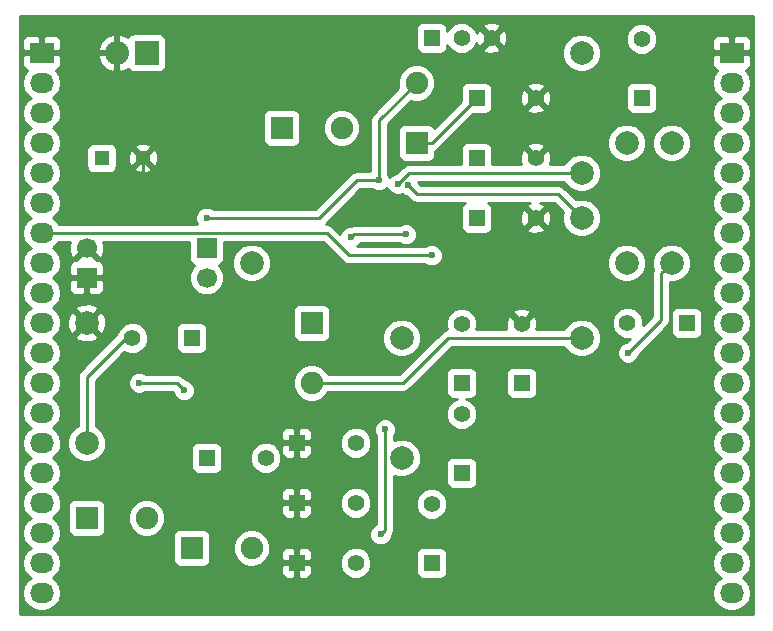
<source format=gbr>
G04 #@! TF.FileFunction,Copper,L2,Bot,Signal*
%FSLAX46Y46*%
G04 Gerber Fmt 4.6, Leading zero omitted, Abs format (unit mm)*
G04 Created by KiCad (PCBNEW 4.0.4+e1-6308~48~ubuntu16.04.1-stable) date Tue Sep  6 14:07:25 2016*
%MOMM*%
%LPD*%
G01*
G04 APERTURE LIST*
%ADD10C,0.100000*%
%ADD11C,1.300000*%
%ADD12R,1.300000X1.300000*%
%ADD13R,1.400000X1.400000*%
%ADD14C,1.400000*%
%ADD15C,1.699260*%
%ADD16R,1.699260X1.699260*%
%ADD17R,1.905000X1.905000*%
%ADD18C,1.905000*%
%ADD19R,2.032000X2.032000*%
%ADD20O,2.032000X2.032000*%
%ADD21C,1.998980*%
%ADD22R,1.397000X1.397000*%
%ADD23C,1.397000*%
%ADD24C,2.000000*%
%ADD25R,2.032000X1.727200*%
%ADD26O,2.032000X1.727200*%
%ADD27C,0.600000*%
%ADD28C,0.250000*%
%ADD29C,0.254000*%
G04 APERTURE END LIST*
D10*
D11*
X55570000Y-96520000D03*
D12*
X52070000Y-96520000D03*
D13*
X60960000Y-121920000D03*
D14*
X65960000Y-121920000D03*
D13*
X68580000Y-125730000D03*
D14*
X73580000Y-125730000D03*
D13*
X80010000Y-130810000D03*
D14*
X80010000Y-125810000D03*
D13*
X82550000Y-123190000D03*
D14*
X82550000Y-118190000D03*
D13*
X59690000Y-111760000D03*
D14*
X54690000Y-111760000D03*
D13*
X68580000Y-130810000D03*
D14*
X73580000Y-130810000D03*
D13*
X82550000Y-115570000D03*
D14*
X82550000Y-110570000D03*
D13*
X68580000Y-120650000D03*
D14*
X73580000Y-120650000D03*
D13*
X87630000Y-115570000D03*
D14*
X87630000Y-110570000D03*
D13*
X83820000Y-101600000D03*
D14*
X88820000Y-101600000D03*
D13*
X83820000Y-96520000D03*
D14*
X88820000Y-96520000D03*
D13*
X83820000Y-91440000D03*
D14*
X88820000Y-91440000D03*
D13*
X97790000Y-91440000D03*
D14*
X97790000Y-86440000D03*
D13*
X101600000Y-110490000D03*
D14*
X96600000Y-110490000D03*
D15*
X50799480Y-104142540D03*
D16*
X60959480Y-104142540D03*
D15*
X60960520Y-106677460D03*
D16*
X50800520Y-106677460D03*
D17*
X50800000Y-127000000D03*
D18*
X55880000Y-127000000D03*
D17*
X59690000Y-129540000D03*
D18*
X64770000Y-129540000D03*
D17*
X67310000Y-93980000D03*
D18*
X72390000Y-93980000D03*
D17*
X69850000Y-110490000D03*
D18*
X69850000Y-115570000D03*
D17*
X78740000Y-95250000D03*
D18*
X78740000Y-90170000D03*
D19*
X55880000Y-87630000D03*
D20*
X53340000Y-87630000D03*
D21*
X77470000Y-121920000D03*
X77470000Y-111760000D03*
X50800000Y-120650000D03*
X50800000Y-110490000D03*
X92710000Y-87630000D03*
X92710000Y-97790000D03*
X92710000Y-111760000D03*
X92710000Y-101600000D03*
X96520000Y-105410000D03*
X96520000Y-95250000D03*
X100330000Y-105410000D03*
X100330000Y-95250000D03*
D22*
X80010000Y-86360000D03*
D23*
X82550000Y-86360000D03*
X85090000Y-86360000D03*
D24*
X64770000Y-105410000D03*
D25*
X46990000Y-87630000D03*
D26*
X46990000Y-90170000D03*
X46990000Y-92710000D03*
X46990000Y-95250000D03*
X46990000Y-97790000D03*
X46990000Y-100330000D03*
X46990000Y-102870000D03*
X46990000Y-105410000D03*
X46990000Y-107950000D03*
X46990000Y-110490000D03*
X46990000Y-113030000D03*
X46990000Y-115570000D03*
X46990000Y-118110000D03*
X46990000Y-120650000D03*
X46990000Y-123190000D03*
X46990000Y-125730000D03*
X46990000Y-128270000D03*
X46990000Y-130810000D03*
X46990000Y-133350000D03*
D25*
X105410000Y-87630000D03*
D26*
X105410000Y-90170000D03*
X105410000Y-92710000D03*
X105410000Y-95250000D03*
X105410000Y-97790000D03*
X105410000Y-100330000D03*
X105410000Y-102870000D03*
X105410000Y-105410000D03*
X105410000Y-107950000D03*
X105410000Y-110490000D03*
X105410000Y-113030000D03*
X105410000Y-115570000D03*
X105410000Y-118110000D03*
X105410000Y-120650000D03*
X105410000Y-123190000D03*
X105410000Y-125730000D03*
X105410000Y-128270000D03*
X105410000Y-130810000D03*
X105410000Y-133350000D03*
D27*
X55245000Y-115570000D03*
X59055000Y-116205000D03*
X75565000Y-98425000D03*
X60960000Y-101600000D03*
X52324000Y-100838000D03*
X76073000Y-119507000D03*
X75692000Y-128397000D03*
X80010000Y-104775000D03*
X77152500Y-98742500D03*
X77978000Y-98806000D03*
X77851000Y-102997000D03*
X73152000Y-103251000D03*
X96647000Y-113030000D03*
D28*
X58420000Y-115570000D02*
X55245000Y-115570000D01*
X59055000Y-116205000D02*
X58420000Y-115570000D01*
X54690000Y-111760000D02*
X54102000Y-111760000D01*
X54102000Y-111760000D02*
X50800000Y-115062000D01*
X50800000Y-115062000D02*
X50800000Y-120650000D01*
X75565000Y-98425000D02*
X75565000Y-93345000D01*
X75565000Y-93345000D02*
X78740000Y-90170000D01*
X73660000Y-98425000D02*
X75565000Y-98425000D01*
X70485000Y-101600000D02*
X73660000Y-98425000D01*
X60960000Y-101600000D02*
X70485000Y-101600000D01*
X55570000Y-97592000D02*
X55570000Y-96520000D01*
X52324000Y-100838000D02*
X55570000Y-97592000D01*
X76073000Y-128016000D02*
X76073000Y-119507000D01*
X75692000Y-128397000D02*
X76073000Y-128016000D01*
X46990000Y-102870000D02*
X71120000Y-102870000D01*
X73025000Y-104775000D02*
X80010000Y-104775000D01*
X71120000Y-102870000D02*
X73025000Y-104775000D01*
X78740000Y-95250000D02*
X80010000Y-95250000D01*
X80010000Y-95250000D02*
X83820000Y-91440000D01*
X69850000Y-115570000D02*
X77597000Y-115570000D01*
X81407000Y-111760000D02*
X92710000Y-111760000D01*
X77597000Y-115570000D02*
X81407000Y-111760000D01*
X78105000Y-97790000D02*
X92710000Y-97790000D01*
X77152500Y-98742500D02*
X78105000Y-97790000D01*
X90678000Y-99568000D02*
X92710000Y-101600000D01*
X78740000Y-99568000D02*
X90678000Y-99568000D01*
X77978000Y-98806000D02*
X78740000Y-99568000D01*
X73406000Y-102997000D02*
X77851000Y-102997000D01*
X73152000Y-103251000D02*
X73406000Y-102997000D01*
X99441000Y-106299000D02*
X100330000Y-105410000D01*
X99441000Y-110236000D02*
X99441000Y-106299000D01*
X96647000Y-113030000D02*
X99441000Y-110236000D01*
D29*
G36*
X107240000Y-135180000D02*
X45160000Y-135180000D01*
X45160000Y-90170000D01*
X45306655Y-90170000D01*
X45420729Y-90743489D01*
X45745585Y-91229670D01*
X46060366Y-91440000D01*
X45745585Y-91650330D01*
X45420729Y-92136511D01*
X45306655Y-92710000D01*
X45420729Y-93283489D01*
X45745585Y-93769670D01*
X46060366Y-93980000D01*
X45745585Y-94190330D01*
X45420729Y-94676511D01*
X45306655Y-95250000D01*
X45420729Y-95823489D01*
X45745585Y-96309670D01*
X46060366Y-96520000D01*
X45745585Y-96730330D01*
X45420729Y-97216511D01*
X45306655Y-97790000D01*
X45420729Y-98363489D01*
X45745585Y-98849670D01*
X46060366Y-99060000D01*
X45745585Y-99270330D01*
X45420729Y-99756511D01*
X45306655Y-100330000D01*
X45420729Y-100903489D01*
X45745585Y-101389670D01*
X46060366Y-101600000D01*
X45745585Y-101810330D01*
X45420729Y-102296511D01*
X45306655Y-102870000D01*
X45420729Y-103443489D01*
X45745585Y-103929670D01*
X46060366Y-104140000D01*
X45745585Y-104350330D01*
X45420729Y-104836511D01*
X45306655Y-105410000D01*
X45420729Y-105983489D01*
X45745585Y-106469670D01*
X46060366Y-106680000D01*
X45745585Y-106890330D01*
X45420729Y-107376511D01*
X45306655Y-107950000D01*
X45420729Y-108523489D01*
X45745585Y-109009670D01*
X46060366Y-109220000D01*
X45745585Y-109430330D01*
X45420729Y-109916511D01*
X45306655Y-110490000D01*
X45420729Y-111063489D01*
X45745585Y-111549670D01*
X46060366Y-111760000D01*
X45745585Y-111970330D01*
X45420729Y-112456511D01*
X45306655Y-113030000D01*
X45420729Y-113603489D01*
X45745585Y-114089670D01*
X46060366Y-114300000D01*
X45745585Y-114510330D01*
X45420729Y-114996511D01*
X45306655Y-115570000D01*
X45420729Y-116143489D01*
X45745585Y-116629670D01*
X46060366Y-116840000D01*
X45745585Y-117050330D01*
X45420729Y-117536511D01*
X45306655Y-118110000D01*
X45420729Y-118683489D01*
X45745585Y-119169670D01*
X46060366Y-119380000D01*
X45745585Y-119590330D01*
X45420729Y-120076511D01*
X45306655Y-120650000D01*
X45420729Y-121223489D01*
X45745585Y-121709670D01*
X46060366Y-121920000D01*
X45745585Y-122130330D01*
X45420729Y-122616511D01*
X45306655Y-123190000D01*
X45420729Y-123763489D01*
X45745585Y-124249670D01*
X46060366Y-124460000D01*
X45745585Y-124670330D01*
X45420729Y-125156511D01*
X45306655Y-125730000D01*
X45420729Y-126303489D01*
X45745585Y-126789670D01*
X46060366Y-127000000D01*
X45745585Y-127210330D01*
X45420729Y-127696511D01*
X45306655Y-128270000D01*
X45420729Y-128843489D01*
X45745585Y-129329670D01*
X46060366Y-129540000D01*
X45745585Y-129750330D01*
X45420729Y-130236511D01*
X45306655Y-130810000D01*
X45420729Y-131383489D01*
X45745585Y-131869670D01*
X46060366Y-132080000D01*
X45745585Y-132290330D01*
X45420729Y-132776511D01*
X45306655Y-133350000D01*
X45420729Y-133923489D01*
X45745585Y-134409670D01*
X46231766Y-134734526D01*
X46805255Y-134848600D01*
X47174745Y-134848600D01*
X47748234Y-134734526D01*
X48234415Y-134409670D01*
X48559271Y-133923489D01*
X48673345Y-133350000D01*
X48559271Y-132776511D01*
X48234415Y-132290330D01*
X47919634Y-132080000D01*
X48234415Y-131869670D01*
X48559271Y-131383489D01*
X48673345Y-130810000D01*
X48559271Y-130236511D01*
X48234415Y-129750330D01*
X47919634Y-129540000D01*
X48234415Y-129329670D01*
X48559271Y-128843489D01*
X48673345Y-128270000D01*
X48559271Y-127696511D01*
X48234415Y-127210330D01*
X47919634Y-127000000D01*
X48234415Y-126789670D01*
X48559271Y-126303489D01*
X48610190Y-126047500D01*
X49200060Y-126047500D01*
X49200060Y-127952500D01*
X49244338Y-128187817D01*
X49383410Y-128403941D01*
X49595610Y-128548931D01*
X49847500Y-128599940D01*
X51752500Y-128599940D01*
X51987817Y-128555662D01*
X52203941Y-128416590D01*
X52348931Y-128204390D01*
X52399940Y-127952500D01*
X52399940Y-127314388D01*
X54292225Y-127314388D01*
X54533398Y-127898072D01*
X54979579Y-128345032D01*
X55562841Y-128587224D01*
X56194388Y-128587775D01*
X56195053Y-128587500D01*
X58090060Y-128587500D01*
X58090060Y-130492500D01*
X58134338Y-130727817D01*
X58273410Y-130943941D01*
X58485610Y-131088931D01*
X58737500Y-131139940D01*
X60642500Y-131139940D01*
X60877817Y-131095662D01*
X61093941Y-130956590D01*
X61238931Y-130744390D01*
X61289940Y-130492500D01*
X61289940Y-129854388D01*
X63182225Y-129854388D01*
X63423398Y-130438072D01*
X63869579Y-130885032D01*
X64452841Y-131127224D01*
X65084388Y-131127775D01*
X65161894Y-131095750D01*
X67245000Y-131095750D01*
X67245000Y-131636310D01*
X67341673Y-131869699D01*
X67520302Y-132048327D01*
X67753691Y-132145000D01*
X68294250Y-132145000D01*
X68453000Y-131986250D01*
X68453000Y-130937000D01*
X68707000Y-130937000D01*
X68707000Y-131986250D01*
X68865750Y-132145000D01*
X69406309Y-132145000D01*
X69639698Y-132048327D01*
X69818327Y-131869699D01*
X69915000Y-131636310D01*
X69915000Y-131095750D01*
X69893633Y-131074383D01*
X72244769Y-131074383D01*
X72447582Y-131565229D01*
X72822796Y-131941098D01*
X73313287Y-132144768D01*
X73844383Y-132145231D01*
X74335229Y-131942418D01*
X74711098Y-131567204D01*
X74914768Y-131076713D01*
X74915231Y-130545617D01*
X74735239Y-130110000D01*
X78662560Y-130110000D01*
X78662560Y-131510000D01*
X78706838Y-131745317D01*
X78845910Y-131961441D01*
X79058110Y-132106431D01*
X79310000Y-132157440D01*
X80710000Y-132157440D01*
X80945317Y-132113162D01*
X81161441Y-131974090D01*
X81306431Y-131761890D01*
X81357440Y-131510000D01*
X81357440Y-130110000D01*
X81313162Y-129874683D01*
X81174090Y-129658559D01*
X80961890Y-129513569D01*
X80710000Y-129462560D01*
X79310000Y-129462560D01*
X79074683Y-129506838D01*
X78858559Y-129645910D01*
X78713569Y-129858110D01*
X78662560Y-130110000D01*
X74735239Y-130110000D01*
X74712418Y-130054771D01*
X74337204Y-129678902D01*
X73846713Y-129475232D01*
X73315617Y-129474769D01*
X72824771Y-129677582D01*
X72448902Y-130052796D01*
X72245232Y-130543287D01*
X72244769Y-131074383D01*
X69893633Y-131074383D01*
X69756250Y-130937000D01*
X68707000Y-130937000D01*
X68453000Y-130937000D01*
X67403750Y-130937000D01*
X67245000Y-131095750D01*
X65161894Y-131095750D01*
X65668072Y-130886602D01*
X66115032Y-130440421D01*
X66304683Y-129983690D01*
X67245000Y-129983690D01*
X67245000Y-130524250D01*
X67403750Y-130683000D01*
X68453000Y-130683000D01*
X68453000Y-129633750D01*
X68707000Y-129633750D01*
X68707000Y-130683000D01*
X69756250Y-130683000D01*
X69915000Y-130524250D01*
X69915000Y-129983690D01*
X69818327Y-129750301D01*
X69639698Y-129571673D01*
X69406309Y-129475000D01*
X68865750Y-129475000D01*
X68707000Y-129633750D01*
X68453000Y-129633750D01*
X68294250Y-129475000D01*
X67753691Y-129475000D01*
X67520302Y-129571673D01*
X67341673Y-129750301D01*
X67245000Y-129983690D01*
X66304683Y-129983690D01*
X66357224Y-129857159D01*
X66357775Y-129225612D01*
X66116602Y-128641928D01*
X66056946Y-128582167D01*
X74756838Y-128582167D01*
X74898883Y-128925943D01*
X75161673Y-129189192D01*
X75505201Y-129331838D01*
X75877167Y-129332162D01*
X76220943Y-129190117D01*
X76484192Y-128927327D01*
X76626838Y-128583799D01*
X76626886Y-128528730D01*
X76775148Y-128306840D01*
X76833000Y-128016000D01*
X76833000Y-126074383D01*
X78674769Y-126074383D01*
X78877582Y-126565229D01*
X79252796Y-126941098D01*
X79743287Y-127144768D01*
X80274383Y-127145231D01*
X80765229Y-126942418D01*
X81141098Y-126567204D01*
X81344768Y-126076713D01*
X81345231Y-125545617D01*
X81142418Y-125054771D01*
X80767204Y-124678902D01*
X80276713Y-124475232D01*
X79745617Y-124474769D01*
X79254771Y-124677582D01*
X78878902Y-125052796D01*
X78675232Y-125543287D01*
X78674769Y-126074383D01*
X76833000Y-126074383D01*
X76833000Y-123425295D01*
X77143453Y-123554206D01*
X77793694Y-123554774D01*
X78394655Y-123306462D01*
X78854846Y-122847073D01*
X79003115Y-122490000D01*
X81202560Y-122490000D01*
X81202560Y-123890000D01*
X81246838Y-124125317D01*
X81385910Y-124341441D01*
X81598110Y-124486431D01*
X81850000Y-124537440D01*
X83250000Y-124537440D01*
X83485317Y-124493162D01*
X83701441Y-124354090D01*
X83846431Y-124141890D01*
X83897440Y-123890000D01*
X83897440Y-122490000D01*
X83853162Y-122254683D01*
X83714090Y-122038559D01*
X83501890Y-121893569D01*
X83250000Y-121842560D01*
X81850000Y-121842560D01*
X81614683Y-121886838D01*
X81398559Y-122025910D01*
X81253569Y-122238110D01*
X81202560Y-122490000D01*
X79003115Y-122490000D01*
X79104206Y-122246547D01*
X79104774Y-121596306D01*
X78856462Y-120995345D01*
X78397073Y-120535154D01*
X77796547Y-120285794D01*
X77146306Y-120285226D01*
X76833000Y-120414681D01*
X76833000Y-120069463D01*
X76865192Y-120037327D01*
X77007838Y-119693799D01*
X77008162Y-119321833D01*
X76866117Y-118978057D01*
X76603327Y-118714808D01*
X76259799Y-118572162D01*
X75887833Y-118571838D01*
X75544057Y-118713883D01*
X75280808Y-118976673D01*
X75138162Y-119320201D01*
X75137838Y-119692167D01*
X75279883Y-120035943D01*
X75313000Y-120069118D01*
X75313000Y-127541928D01*
X75163057Y-127603883D01*
X74899808Y-127866673D01*
X74757162Y-128210201D01*
X74756838Y-128582167D01*
X66056946Y-128582167D01*
X65670421Y-128194968D01*
X65087159Y-127952776D01*
X64455612Y-127952225D01*
X63871928Y-128193398D01*
X63424968Y-128639579D01*
X63182776Y-129222841D01*
X63182225Y-129854388D01*
X61289940Y-129854388D01*
X61289940Y-128587500D01*
X61245662Y-128352183D01*
X61106590Y-128136059D01*
X60894390Y-127991069D01*
X60642500Y-127940060D01*
X58737500Y-127940060D01*
X58502183Y-127984338D01*
X58286059Y-128123410D01*
X58141069Y-128335610D01*
X58090060Y-128587500D01*
X56195053Y-128587500D01*
X56778072Y-128346602D01*
X57225032Y-127900421D01*
X57467224Y-127317159D01*
X57467775Y-126685612D01*
X57226602Y-126101928D01*
X57140575Y-126015750D01*
X67245000Y-126015750D01*
X67245000Y-126556310D01*
X67341673Y-126789699D01*
X67520302Y-126968327D01*
X67753691Y-127065000D01*
X68294250Y-127065000D01*
X68453000Y-126906250D01*
X68453000Y-125857000D01*
X68707000Y-125857000D01*
X68707000Y-126906250D01*
X68865750Y-127065000D01*
X69406309Y-127065000D01*
X69639698Y-126968327D01*
X69818327Y-126789699D01*
X69915000Y-126556310D01*
X69915000Y-126015750D01*
X69893633Y-125994383D01*
X72244769Y-125994383D01*
X72447582Y-126485229D01*
X72822796Y-126861098D01*
X73313287Y-127064768D01*
X73844383Y-127065231D01*
X74335229Y-126862418D01*
X74711098Y-126487204D01*
X74914768Y-125996713D01*
X74915231Y-125465617D01*
X74712418Y-124974771D01*
X74337204Y-124598902D01*
X73846713Y-124395232D01*
X73315617Y-124394769D01*
X72824771Y-124597582D01*
X72448902Y-124972796D01*
X72245232Y-125463287D01*
X72244769Y-125994383D01*
X69893633Y-125994383D01*
X69756250Y-125857000D01*
X68707000Y-125857000D01*
X68453000Y-125857000D01*
X67403750Y-125857000D01*
X67245000Y-126015750D01*
X57140575Y-126015750D01*
X56780421Y-125654968D01*
X56197159Y-125412776D01*
X55565612Y-125412225D01*
X54981928Y-125653398D01*
X54534968Y-126099579D01*
X54292776Y-126682841D01*
X54292225Y-127314388D01*
X52399940Y-127314388D01*
X52399940Y-126047500D01*
X52355662Y-125812183D01*
X52216590Y-125596059D01*
X52004390Y-125451069D01*
X51752500Y-125400060D01*
X49847500Y-125400060D01*
X49612183Y-125444338D01*
X49396059Y-125583410D01*
X49251069Y-125795610D01*
X49200060Y-126047500D01*
X48610190Y-126047500D01*
X48673345Y-125730000D01*
X48559271Y-125156511D01*
X48390342Y-124903690D01*
X67245000Y-124903690D01*
X67245000Y-125444250D01*
X67403750Y-125603000D01*
X68453000Y-125603000D01*
X68453000Y-124553750D01*
X68707000Y-124553750D01*
X68707000Y-125603000D01*
X69756250Y-125603000D01*
X69915000Y-125444250D01*
X69915000Y-124903690D01*
X69818327Y-124670301D01*
X69639698Y-124491673D01*
X69406309Y-124395000D01*
X68865750Y-124395000D01*
X68707000Y-124553750D01*
X68453000Y-124553750D01*
X68294250Y-124395000D01*
X67753691Y-124395000D01*
X67520302Y-124491673D01*
X67341673Y-124670301D01*
X67245000Y-124903690D01*
X48390342Y-124903690D01*
X48234415Y-124670330D01*
X47919634Y-124460000D01*
X48234415Y-124249670D01*
X48559271Y-123763489D01*
X48673345Y-123190000D01*
X48559271Y-122616511D01*
X48234415Y-122130330D01*
X47919634Y-121920000D01*
X48234415Y-121709670D01*
X48559271Y-121223489D01*
X48608958Y-120973694D01*
X49165226Y-120973694D01*
X49413538Y-121574655D01*
X49872927Y-122034846D01*
X50473453Y-122284206D01*
X51123694Y-122284774D01*
X51724655Y-122036462D01*
X52184846Y-121577073D01*
X52333115Y-121220000D01*
X59612560Y-121220000D01*
X59612560Y-122620000D01*
X59656838Y-122855317D01*
X59795910Y-123071441D01*
X60008110Y-123216431D01*
X60260000Y-123267440D01*
X61660000Y-123267440D01*
X61895317Y-123223162D01*
X62111441Y-123084090D01*
X62256431Y-122871890D01*
X62307440Y-122620000D01*
X62307440Y-122184383D01*
X64624769Y-122184383D01*
X64827582Y-122675229D01*
X65202796Y-123051098D01*
X65693287Y-123254768D01*
X66224383Y-123255231D01*
X66715229Y-123052418D01*
X67091098Y-122677204D01*
X67294768Y-122186713D01*
X67295231Y-121655617D01*
X67092418Y-121164771D01*
X66863797Y-120935750D01*
X67245000Y-120935750D01*
X67245000Y-121476310D01*
X67341673Y-121709699D01*
X67520302Y-121888327D01*
X67753691Y-121985000D01*
X68294250Y-121985000D01*
X68453000Y-121826250D01*
X68453000Y-120777000D01*
X68707000Y-120777000D01*
X68707000Y-121826250D01*
X68865750Y-121985000D01*
X69406309Y-121985000D01*
X69639698Y-121888327D01*
X69818327Y-121709699D01*
X69915000Y-121476310D01*
X69915000Y-120935750D01*
X69893633Y-120914383D01*
X72244769Y-120914383D01*
X72447582Y-121405229D01*
X72822796Y-121781098D01*
X73313287Y-121984768D01*
X73844383Y-121985231D01*
X74335229Y-121782418D01*
X74711098Y-121407204D01*
X74914768Y-120916713D01*
X74915231Y-120385617D01*
X74712418Y-119894771D01*
X74337204Y-119518902D01*
X73846713Y-119315232D01*
X73315617Y-119314769D01*
X72824771Y-119517582D01*
X72448902Y-119892796D01*
X72245232Y-120383287D01*
X72244769Y-120914383D01*
X69893633Y-120914383D01*
X69756250Y-120777000D01*
X68707000Y-120777000D01*
X68453000Y-120777000D01*
X67403750Y-120777000D01*
X67245000Y-120935750D01*
X66863797Y-120935750D01*
X66717204Y-120788902D01*
X66226713Y-120585232D01*
X65695617Y-120584769D01*
X65204771Y-120787582D01*
X64828902Y-121162796D01*
X64625232Y-121653287D01*
X64624769Y-122184383D01*
X62307440Y-122184383D01*
X62307440Y-121220000D01*
X62263162Y-120984683D01*
X62124090Y-120768559D01*
X61911890Y-120623569D01*
X61660000Y-120572560D01*
X60260000Y-120572560D01*
X60024683Y-120616838D01*
X59808559Y-120755910D01*
X59663569Y-120968110D01*
X59612560Y-121220000D01*
X52333115Y-121220000D01*
X52434206Y-120976547D01*
X52434774Y-120326306D01*
X52227098Y-119823690D01*
X67245000Y-119823690D01*
X67245000Y-120364250D01*
X67403750Y-120523000D01*
X68453000Y-120523000D01*
X68453000Y-119473750D01*
X68707000Y-119473750D01*
X68707000Y-120523000D01*
X69756250Y-120523000D01*
X69915000Y-120364250D01*
X69915000Y-119823690D01*
X69818327Y-119590301D01*
X69639698Y-119411673D01*
X69406309Y-119315000D01*
X68865750Y-119315000D01*
X68707000Y-119473750D01*
X68453000Y-119473750D01*
X68294250Y-119315000D01*
X67753691Y-119315000D01*
X67520302Y-119411673D01*
X67341673Y-119590301D01*
X67245000Y-119823690D01*
X52227098Y-119823690D01*
X52186462Y-119725345D01*
X51727073Y-119265154D01*
X51560000Y-119195779D01*
X51560000Y-115755167D01*
X54309838Y-115755167D01*
X54451883Y-116098943D01*
X54714673Y-116362192D01*
X55058201Y-116504838D01*
X55430167Y-116505162D01*
X55773943Y-116363117D01*
X55807118Y-116330000D01*
X58105198Y-116330000D01*
X58119878Y-116344680D01*
X58119838Y-116390167D01*
X58261883Y-116733943D01*
X58524673Y-116997192D01*
X58868201Y-117139838D01*
X59240167Y-117140162D01*
X59583943Y-116998117D01*
X59847192Y-116735327D01*
X59989838Y-116391799D01*
X59990162Y-116019833D01*
X59934198Y-115884388D01*
X68262225Y-115884388D01*
X68503398Y-116468072D01*
X68949579Y-116915032D01*
X69532841Y-117157224D01*
X70164388Y-117157775D01*
X70748072Y-116916602D01*
X71195032Y-116470421D01*
X71253340Y-116330000D01*
X77597000Y-116330000D01*
X77887839Y-116272148D01*
X78134401Y-116107401D01*
X79371802Y-114870000D01*
X81202560Y-114870000D01*
X81202560Y-116270000D01*
X81246838Y-116505317D01*
X81385910Y-116721441D01*
X81598110Y-116866431D01*
X81850000Y-116917440D01*
X82133941Y-116917440D01*
X81794771Y-117057582D01*
X81418902Y-117432796D01*
X81215232Y-117923287D01*
X81214769Y-118454383D01*
X81417582Y-118945229D01*
X81792796Y-119321098D01*
X82283287Y-119524768D01*
X82814383Y-119525231D01*
X83305229Y-119322418D01*
X83681098Y-118947204D01*
X83884768Y-118456713D01*
X83885231Y-117925617D01*
X83682418Y-117434771D01*
X83307204Y-117058902D01*
X82966526Y-116917440D01*
X83250000Y-116917440D01*
X83485317Y-116873162D01*
X83701441Y-116734090D01*
X83846431Y-116521890D01*
X83897440Y-116270000D01*
X83897440Y-114870000D01*
X86282560Y-114870000D01*
X86282560Y-116270000D01*
X86326838Y-116505317D01*
X86465910Y-116721441D01*
X86678110Y-116866431D01*
X86930000Y-116917440D01*
X88330000Y-116917440D01*
X88565317Y-116873162D01*
X88781441Y-116734090D01*
X88926431Y-116521890D01*
X88977440Y-116270000D01*
X88977440Y-114870000D01*
X88933162Y-114634683D01*
X88794090Y-114418559D01*
X88581890Y-114273569D01*
X88330000Y-114222560D01*
X86930000Y-114222560D01*
X86694683Y-114266838D01*
X86478559Y-114405910D01*
X86333569Y-114618110D01*
X86282560Y-114870000D01*
X83897440Y-114870000D01*
X83853162Y-114634683D01*
X83714090Y-114418559D01*
X83501890Y-114273569D01*
X83250000Y-114222560D01*
X81850000Y-114222560D01*
X81614683Y-114266838D01*
X81398559Y-114405910D01*
X81253569Y-114618110D01*
X81202560Y-114870000D01*
X79371802Y-114870000D01*
X81721802Y-112520000D01*
X91255504Y-112520000D01*
X91323538Y-112684655D01*
X91782927Y-113144846D01*
X92383453Y-113394206D01*
X93033694Y-113394774D01*
X93634655Y-113146462D01*
X94094846Y-112687073D01*
X94344206Y-112086547D01*
X94344774Y-111436306D01*
X94096462Y-110835345D01*
X94015642Y-110754383D01*
X95264769Y-110754383D01*
X95467582Y-111245229D01*
X95842796Y-111621098D01*
X96333287Y-111824768D01*
X96777043Y-111825155D01*
X96507320Y-112094878D01*
X96461833Y-112094838D01*
X96118057Y-112236883D01*
X95854808Y-112499673D01*
X95712162Y-112843201D01*
X95711838Y-113215167D01*
X95853883Y-113558943D01*
X96116673Y-113822192D01*
X96460201Y-113964838D01*
X96832167Y-113965162D01*
X97175943Y-113823117D01*
X97439192Y-113560327D01*
X97581838Y-113216799D01*
X97581879Y-113169923D01*
X99978401Y-110773401D01*
X100143148Y-110526839D01*
X100201000Y-110236000D01*
X100201000Y-109790000D01*
X100252560Y-109790000D01*
X100252560Y-111190000D01*
X100296838Y-111425317D01*
X100435910Y-111641441D01*
X100648110Y-111786431D01*
X100900000Y-111837440D01*
X102300000Y-111837440D01*
X102535317Y-111793162D01*
X102751441Y-111654090D01*
X102896431Y-111441890D01*
X102947440Y-111190000D01*
X102947440Y-109790000D01*
X102903162Y-109554683D01*
X102764090Y-109338559D01*
X102551890Y-109193569D01*
X102300000Y-109142560D01*
X100900000Y-109142560D01*
X100664683Y-109186838D01*
X100448559Y-109325910D01*
X100303569Y-109538110D01*
X100252560Y-109790000D01*
X100201000Y-109790000D01*
X100201000Y-107044379D01*
X100653694Y-107044774D01*
X101254655Y-106796462D01*
X101714846Y-106337073D01*
X101964206Y-105736547D01*
X101964774Y-105086306D01*
X101716462Y-104485345D01*
X101257073Y-104025154D01*
X100656547Y-103775794D01*
X100006306Y-103775226D01*
X99405345Y-104023538D01*
X98945154Y-104482927D01*
X98695794Y-105083453D01*
X98695226Y-105733694D01*
X98781970Y-105943630D01*
X98738852Y-106008161D01*
X98681000Y-106299000D01*
X98681000Y-109921198D01*
X97934846Y-110667352D01*
X97935231Y-110225617D01*
X97732418Y-109734771D01*
X97357204Y-109358902D01*
X96866713Y-109155232D01*
X96335617Y-109154769D01*
X95844771Y-109357582D01*
X95468902Y-109732796D01*
X95265232Y-110223287D01*
X95264769Y-110754383D01*
X94015642Y-110754383D01*
X93637073Y-110375154D01*
X93036547Y-110125794D01*
X92386306Y-110125226D01*
X91785345Y-110373538D01*
X91325154Y-110832927D01*
X91255779Y-111000000D01*
X88893932Y-111000000D01*
X88977419Y-110762878D01*
X88948664Y-110232560D01*
X88801042Y-109876169D01*
X88565275Y-109814331D01*
X87809605Y-110570000D01*
X87823748Y-110584142D01*
X87644143Y-110763748D01*
X87630000Y-110749605D01*
X87615858Y-110763748D01*
X87436252Y-110584142D01*
X87450395Y-110570000D01*
X86694725Y-109814331D01*
X86458958Y-109876169D01*
X86282581Y-110377122D01*
X86311336Y-110907440D01*
X86349676Y-111000000D01*
X83816965Y-111000000D01*
X83884768Y-110836713D01*
X83885231Y-110305617D01*
X83682418Y-109814771D01*
X83502686Y-109634725D01*
X86874331Y-109634725D01*
X87630000Y-110390395D01*
X88385669Y-109634725D01*
X88323831Y-109398958D01*
X87822878Y-109222581D01*
X87292560Y-109251336D01*
X86936169Y-109398958D01*
X86874331Y-109634725D01*
X83502686Y-109634725D01*
X83307204Y-109438902D01*
X82816713Y-109235232D01*
X82285617Y-109234769D01*
X81794771Y-109437582D01*
X81418902Y-109812796D01*
X81215232Y-110303287D01*
X81214769Y-110834383D01*
X81292603Y-111022755D01*
X81116161Y-111057852D01*
X80869599Y-111222599D01*
X77282198Y-114810000D01*
X71253652Y-114810000D01*
X71196602Y-114671928D01*
X70750421Y-114224968D01*
X70167159Y-113982776D01*
X69535612Y-113982225D01*
X68951928Y-114223398D01*
X68504968Y-114669579D01*
X68262776Y-115252841D01*
X68262225Y-115884388D01*
X59934198Y-115884388D01*
X59848117Y-115676057D01*
X59585327Y-115412808D01*
X59241799Y-115270162D01*
X59194923Y-115270121D01*
X58957401Y-115032599D01*
X58710839Y-114867852D01*
X58420000Y-114810000D01*
X55807463Y-114810000D01*
X55775327Y-114777808D01*
X55431799Y-114635162D01*
X55059833Y-114634838D01*
X54716057Y-114776883D01*
X54452808Y-115039673D01*
X54310162Y-115383201D01*
X54309838Y-115755167D01*
X51560000Y-115755167D01*
X51560000Y-115376802D01*
X54012576Y-112924226D01*
X54423287Y-113094768D01*
X54954383Y-113095231D01*
X55445229Y-112892418D01*
X55821098Y-112517204D01*
X56024768Y-112026713D01*
X56025231Y-111495617D01*
X55845239Y-111060000D01*
X58342560Y-111060000D01*
X58342560Y-112460000D01*
X58386838Y-112695317D01*
X58525910Y-112911441D01*
X58738110Y-113056431D01*
X58990000Y-113107440D01*
X60390000Y-113107440D01*
X60625317Y-113063162D01*
X60841441Y-112924090D01*
X60986431Y-112711890D01*
X61037440Y-112460000D01*
X61037440Y-111060000D01*
X60993162Y-110824683D01*
X60854090Y-110608559D01*
X60641890Y-110463569D01*
X60390000Y-110412560D01*
X58990000Y-110412560D01*
X58754683Y-110456838D01*
X58538559Y-110595910D01*
X58393569Y-110808110D01*
X58342560Y-111060000D01*
X55845239Y-111060000D01*
X55822418Y-111004771D01*
X55447204Y-110628902D01*
X54956713Y-110425232D01*
X54425617Y-110424769D01*
X53934771Y-110627582D01*
X53558902Y-111002796D01*
X53398776Y-111388422D01*
X50262599Y-114524599D01*
X50097852Y-114771161D01*
X50040000Y-115062000D01*
X50040000Y-119195504D01*
X49875345Y-119263538D01*
X49415154Y-119722927D01*
X49165794Y-120323453D01*
X49165226Y-120973694D01*
X48608958Y-120973694D01*
X48673345Y-120650000D01*
X48559271Y-120076511D01*
X48234415Y-119590330D01*
X47919634Y-119380000D01*
X48234415Y-119169670D01*
X48559271Y-118683489D01*
X48673345Y-118110000D01*
X48559271Y-117536511D01*
X48234415Y-117050330D01*
X47919634Y-116840000D01*
X48234415Y-116629670D01*
X48559271Y-116143489D01*
X48673345Y-115570000D01*
X48559271Y-114996511D01*
X48234415Y-114510330D01*
X47919634Y-114300000D01*
X48234415Y-114089670D01*
X48559271Y-113603489D01*
X48673345Y-113030000D01*
X48559271Y-112456511D01*
X48234415Y-111970330D01*
X47919634Y-111760000D01*
X48095989Y-111642163D01*
X49827443Y-111642163D01*
X49926042Y-111908965D01*
X50535582Y-112135401D01*
X51185377Y-112111341D01*
X51673958Y-111908965D01*
X51772557Y-111642163D01*
X50800000Y-110669605D01*
X49827443Y-111642163D01*
X48095989Y-111642163D01*
X48234415Y-111549670D01*
X48559271Y-111063489D01*
X48673345Y-110490000D01*
X48620750Y-110225582D01*
X49154599Y-110225582D01*
X49178659Y-110875377D01*
X49381035Y-111363958D01*
X49647837Y-111462557D01*
X50620395Y-110490000D01*
X50979605Y-110490000D01*
X51952163Y-111462557D01*
X52218965Y-111363958D01*
X52445401Y-110754418D01*
X52421341Y-110104623D01*
X52218965Y-109616042D01*
X52006436Y-109537500D01*
X68250060Y-109537500D01*
X68250060Y-111442500D01*
X68294338Y-111677817D01*
X68433410Y-111893941D01*
X68645610Y-112038931D01*
X68897500Y-112089940D01*
X70802500Y-112089940D01*
X70835694Y-112083694D01*
X75835226Y-112083694D01*
X76083538Y-112684655D01*
X76542927Y-113144846D01*
X77143453Y-113394206D01*
X77793694Y-113394774D01*
X78394655Y-113146462D01*
X78854846Y-112687073D01*
X79104206Y-112086547D01*
X79104774Y-111436306D01*
X78856462Y-110835345D01*
X78397073Y-110375154D01*
X77796547Y-110125794D01*
X77146306Y-110125226D01*
X76545345Y-110373538D01*
X76085154Y-110832927D01*
X75835794Y-111433453D01*
X75835226Y-112083694D01*
X70835694Y-112083694D01*
X71037817Y-112045662D01*
X71253941Y-111906590D01*
X71398931Y-111694390D01*
X71449940Y-111442500D01*
X71449940Y-109537500D01*
X71405662Y-109302183D01*
X71266590Y-109086059D01*
X71054390Y-108941069D01*
X70802500Y-108890060D01*
X68897500Y-108890060D01*
X68662183Y-108934338D01*
X68446059Y-109073410D01*
X68301069Y-109285610D01*
X68250060Y-109537500D01*
X52006436Y-109537500D01*
X51952163Y-109517443D01*
X50979605Y-110490000D01*
X50620395Y-110490000D01*
X49647837Y-109517443D01*
X49381035Y-109616042D01*
X49154599Y-110225582D01*
X48620750Y-110225582D01*
X48559271Y-109916511D01*
X48234415Y-109430330D01*
X48095990Y-109337837D01*
X49827443Y-109337837D01*
X50800000Y-110310395D01*
X51772557Y-109337837D01*
X51673958Y-109071035D01*
X51064418Y-108844599D01*
X50414623Y-108868659D01*
X49926042Y-109071035D01*
X49827443Y-109337837D01*
X48095990Y-109337837D01*
X47919634Y-109220000D01*
X48234415Y-109009670D01*
X48559271Y-108523489D01*
X48673345Y-107950000D01*
X48559271Y-107376511D01*
X48283112Y-106963210D01*
X49315890Y-106963210D01*
X49315890Y-107653400D01*
X49412563Y-107886789D01*
X49591192Y-108065417D01*
X49824581Y-108162090D01*
X50514770Y-108162090D01*
X50673520Y-108003340D01*
X50673520Y-106804460D01*
X50927520Y-106804460D01*
X50927520Y-108003340D01*
X51086270Y-108162090D01*
X51776459Y-108162090D01*
X52009848Y-108065417D01*
X52188477Y-107886789D01*
X52285150Y-107653400D01*
X52285150Y-106963210D01*
X52126400Y-106804460D01*
X50927520Y-106804460D01*
X50673520Y-106804460D01*
X49474640Y-106804460D01*
X49315890Y-106963210D01*
X48283112Y-106963210D01*
X48234415Y-106890330D01*
X47919634Y-106680000D01*
X48234415Y-106469670D01*
X48559271Y-105983489D01*
X48615358Y-105701520D01*
X49315890Y-105701520D01*
X49315890Y-106391710D01*
X49474640Y-106550460D01*
X50673520Y-106550460D01*
X50673520Y-106530460D01*
X50927520Y-106530460D01*
X50927520Y-106550460D01*
X52126400Y-106550460D01*
X52285150Y-106391710D01*
X52285150Y-105701520D01*
X52188477Y-105468131D01*
X52009848Y-105289503D01*
X51776459Y-105192830D01*
X51661458Y-105192830D01*
X51663565Y-105186230D01*
X50799480Y-104322145D01*
X49935395Y-105186230D01*
X49937502Y-105192830D01*
X49824581Y-105192830D01*
X49591192Y-105289503D01*
X49412563Y-105468131D01*
X49315890Y-105701520D01*
X48615358Y-105701520D01*
X48673345Y-105410000D01*
X48559271Y-104836511D01*
X48234415Y-104350330D01*
X47919634Y-104140000D01*
X48234415Y-103929670D01*
X48434648Y-103630000D01*
X49406112Y-103630000D01*
X49303130Y-103913907D01*
X49329539Y-104503939D01*
X49504527Y-104926398D01*
X49755790Y-105006625D01*
X50619875Y-104142540D01*
X50605733Y-104128398D01*
X50785338Y-103948793D01*
X50799480Y-103962935D01*
X50813623Y-103948793D01*
X50993228Y-104128398D01*
X50979085Y-104142540D01*
X51843170Y-105006625D01*
X52094433Y-104926398D01*
X52295830Y-104371173D01*
X52269421Y-103781141D01*
X52206816Y-103630000D01*
X59462410Y-103630000D01*
X59462410Y-104992170D01*
X59506688Y-105227487D01*
X59645760Y-105443611D01*
X59857960Y-105588601D01*
X59934363Y-105604073D01*
X59702646Y-105835386D01*
X59476148Y-106380853D01*
X59475632Y-106971476D01*
X59701178Y-107517337D01*
X60118446Y-107935334D01*
X60663913Y-108161832D01*
X61254536Y-108162348D01*
X61800397Y-107936802D01*
X62218394Y-107519534D01*
X62444892Y-106974067D01*
X62445408Y-106383444D01*
X62219862Y-105837583D01*
X62116255Y-105733795D01*
X63134716Y-105733795D01*
X63383106Y-106334943D01*
X63842637Y-106795278D01*
X64443352Y-107044716D01*
X65093795Y-107045284D01*
X65694943Y-106796894D01*
X66155278Y-106337363D01*
X66404716Y-105736648D01*
X66404718Y-105733694D01*
X94885226Y-105733694D01*
X95133538Y-106334655D01*
X95592927Y-106794846D01*
X96193453Y-107044206D01*
X96843694Y-107044774D01*
X97444655Y-106796462D01*
X97904846Y-106337073D01*
X98154206Y-105736547D01*
X98154774Y-105086306D01*
X97906462Y-104485345D01*
X97447073Y-104025154D01*
X96846547Y-103775794D01*
X96196306Y-103775226D01*
X95595345Y-104023538D01*
X95135154Y-104482927D01*
X94885794Y-105083453D01*
X94885226Y-105733694D01*
X66404718Y-105733694D01*
X66405284Y-105086205D01*
X66156894Y-104485057D01*
X65697363Y-104024722D01*
X65096648Y-103775284D01*
X64446205Y-103774716D01*
X63845057Y-104023106D01*
X63384722Y-104482637D01*
X63135284Y-105083352D01*
X63134716Y-105733795D01*
X62116255Y-105733795D01*
X61988532Y-105605849D01*
X62044427Y-105595332D01*
X62260551Y-105456260D01*
X62405541Y-105244060D01*
X62456550Y-104992170D01*
X62456550Y-103630000D01*
X70805198Y-103630000D01*
X72487599Y-105312401D01*
X72734161Y-105477148D01*
X73025000Y-105535000D01*
X79447537Y-105535000D01*
X79479673Y-105567192D01*
X79823201Y-105709838D01*
X80195167Y-105710162D01*
X80538943Y-105568117D01*
X80802192Y-105305327D01*
X80944838Y-104961799D01*
X80945162Y-104589833D01*
X80803117Y-104246057D01*
X80540327Y-103982808D01*
X80196799Y-103840162D01*
X79824833Y-103839838D01*
X79481057Y-103981883D01*
X79447882Y-104015000D01*
X73710111Y-104015000D01*
X73944192Y-103781327D01*
X73954294Y-103757000D01*
X77288537Y-103757000D01*
X77320673Y-103789192D01*
X77664201Y-103931838D01*
X78036167Y-103932162D01*
X78379943Y-103790117D01*
X78643192Y-103527327D01*
X78785838Y-103183799D01*
X78786162Y-102811833D01*
X78644117Y-102468057D01*
X78381327Y-102204808D01*
X78037799Y-102062162D01*
X77665833Y-102061838D01*
X77322057Y-102203883D01*
X77288882Y-102237000D01*
X73406000Y-102237000D01*
X73115160Y-102294852D01*
X73083600Y-102315940D01*
X72966833Y-102315838D01*
X72623057Y-102457883D01*
X72359808Y-102720673D01*
X72267581Y-102942779D01*
X71657401Y-102332599D01*
X71410839Y-102167852D01*
X71120000Y-102110000D01*
X71049802Y-102110000D01*
X73974802Y-99185000D01*
X75002537Y-99185000D01*
X75034673Y-99217192D01*
X75378201Y-99359838D01*
X75750167Y-99360162D01*
X76093943Y-99218117D01*
X76266270Y-99046091D01*
X76359383Y-99271443D01*
X76622173Y-99534692D01*
X76965701Y-99677338D01*
X77337667Y-99677662D01*
X77488735Y-99615242D01*
X77791201Y-99740838D01*
X77838077Y-99740879D01*
X78202599Y-100105401D01*
X78449161Y-100270148D01*
X78740000Y-100328000D01*
X82836256Y-100328000D01*
X82668559Y-100435910D01*
X82523569Y-100648110D01*
X82472560Y-100900000D01*
X82472560Y-102300000D01*
X82516838Y-102535317D01*
X82655910Y-102751441D01*
X82868110Y-102896431D01*
X83120000Y-102947440D01*
X84520000Y-102947440D01*
X84755317Y-102903162D01*
X84971441Y-102764090D01*
X85116431Y-102551890D01*
X85119795Y-102535275D01*
X88064331Y-102535275D01*
X88126169Y-102771042D01*
X88627122Y-102947419D01*
X89157440Y-102918664D01*
X89513831Y-102771042D01*
X89575669Y-102535275D01*
X88820000Y-101779605D01*
X88064331Y-102535275D01*
X85119795Y-102535275D01*
X85167440Y-102300000D01*
X85167440Y-101407122D01*
X87472581Y-101407122D01*
X87501336Y-101937440D01*
X87648958Y-102293831D01*
X87884725Y-102355669D01*
X88640395Y-101600000D01*
X88999605Y-101600000D01*
X89755275Y-102355669D01*
X89991042Y-102293831D01*
X90167419Y-101792878D01*
X90138664Y-101262560D01*
X89991042Y-100906169D01*
X89755275Y-100844331D01*
X88999605Y-101600000D01*
X88640395Y-101600000D01*
X87884725Y-100844331D01*
X87648958Y-100906169D01*
X87472581Y-101407122D01*
X85167440Y-101407122D01*
X85167440Y-100900000D01*
X85123162Y-100664683D01*
X84984090Y-100448559D01*
X84807646Y-100328000D01*
X88369903Y-100328000D01*
X88126169Y-100428958D01*
X88064331Y-100664725D01*
X88820000Y-101420395D01*
X89575669Y-100664725D01*
X89513831Y-100428958D01*
X89227086Y-100328000D01*
X90363198Y-100328000D01*
X91144115Y-101108917D01*
X91075794Y-101273453D01*
X91075226Y-101923694D01*
X91323538Y-102524655D01*
X91782927Y-102984846D01*
X92383453Y-103234206D01*
X93033694Y-103234774D01*
X93634655Y-102986462D01*
X94094846Y-102527073D01*
X94344206Y-101926547D01*
X94344774Y-101276306D01*
X94096462Y-100675345D01*
X93637073Y-100215154D01*
X93036547Y-99965794D01*
X92386306Y-99965226D01*
X92219111Y-100034309D01*
X91215401Y-99030599D01*
X90968839Y-98865852D01*
X90678000Y-98808000D01*
X79054802Y-98808000D01*
X78913122Y-98666320D01*
X78913162Y-98620833D01*
X78883894Y-98550000D01*
X91255504Y-98550000D01*
X91323538Y-98714655D01*
X91782927Y-99174846D01*
X92383453Y-99424206D01*
X93033694Y-99424774D01*
X93634655Y-99176462D01*
X94094846Y-98717073D01*
X94344206Y-98116547D01*
X94344774Y-97466306D01*
X94096462Y-96865345D01*
X93637073Y-96405154D01*
X93036547Y-96155794D01*
X92386306Y-96155226D01*
X91785345Y-96403538D01*
X91325154Y-96862927D01*
X91255779Y-97030000D01*
X90055766Y-97030000D01*
X90167419Y-96712878D01*
X90138664Y-96182560D01*
X89991042Y-95826169D01*
X89755275Y-95764331D01*
X88999605Y-96520000D01*
X89013748Y-96534142D01*
X88834143Y-96713748D01*
X88820000Y-96699605D01*
X88805858Y-96713748D01*
X88626252Y-96534142D01*
X88640395Y-96520000D01*
X87884725Y-95764331D01*
X87648958Y-95826169D01*
X87472581Y-96327122D01*
X87501336Y-96857440D01*
X87572813Y-97030000D01*
X85167440Y-97030000D01*
X85167440Y-95820000D01*
X85123170Y-95584725D01*
X88064331Y-95584725D01*
X88820000Y-96340395D01*
X89575669Y-95584725D01*
X89572776Y-95573694D01*
X94885226Y-95573694D01*
X95133538Y-96174655D01*
X95592927Y-96634846D01*
X96193453Y-96884206D01*
X96843694Y-96884774D01*
X97444655Y-96636462D01*
X97904846Y-96177073D01*
X98154206Y-95576547D01*
X98154208Y-95573694D01*
X98695226Y-95573694D01*
X98943538Y-96174655D01*
X99402927Y-96634846D01*
X100003453Y-96884206D01*
X100653694Y-96884774D01*
X101254655Y-96636462D01*
X101714846Y-96177073D01*
X101964206Y-95576547D01*
X101964774Y-94926306D01*
X101716462Y-94325345D01*
X101257073Y-93865154D01*
X100656547Y-93615794D01*
X100006306Y-93615226D01*
X99405345Y-93863538D01*
X98945154Y-94322927D01*
X98695794Y-94923453D01*
X98695226Y-95573694D01*
X98154208Y-95573694D01*
X98154774Y-94926306D01*
X97906462Y-94325345D01*
X97447073Y-93865154D01*
X96846547Y-93615794D01*
X96196306Y-93615226D01*
X95595345Y-93863538D01*
X95135154Y-94322927D01*
X94885794Y-94923453D01*
X94885226Y-95573694D01*
X89572776Y-95573694D01*
X89513831Y-95348958D01*
X89012878Y-95172581D01*
X88482560Y-95201336D01*
X88126169Y-95348958D01*
X88064331Y-95584725D01*
X85123170Y-95584725D01*
X85123162Y-95584683D01*
X84984090Y-95368559D01*
X84771890Y-95223569D01*
X84520000Y-95172560D01*
X83120000Y-95172560D01*
X82884683Y-95216838D01*
X82668559Y-95355910D01*
X82523569Y-95568110D01*
X82472560Y-95820000D01*
X82472560Y-97030000D01*
X78105000Y-97030000D01*
X77862414Y-97078254D01*
X77814160Y-97087852D01*
X77567599Y-97252599D01*
X77012820Y-97807378D01*
X76967333Y-97807338D01*
X76623557Y-97949383D01*
X76451230Y-98121409D01*
X76358117Y-97896057D01*
X76325000Y-97862882D01*
X76325000Y-94297500D01*
X77140060Y-94297500D01*
X77140060Y-96202500D01*
X77184338Y-96437817D01*
X77323410Y-96653941D01*
X77535610Y-96798931D01*
X77787500Y-96849940D01*
X79692500Y-96849940D01*
X79927817Y-96805662D01*
X80143941Y-96666590D01*
X80288931Y-96454390D01*
X80339940Y-96202500D01*
X80339940Y-95926022D01*
X80547401Y-95787401D01*
X83547362Y-92787440D01*
X84520000Y-92787440D01*
X84755317Y-92743162D01*
X84971441Y-92604090D01*
X85116431Y-92391890D01*
X85119795Y-92375275D01*
X88064331Y-92375275D01*
X88126169Y-92611042D01*
X88627122Y-92787419D01*
X89157440Y-92758664D01*
X89513831Y-92611042D01*
X89575669Y-92375275D01*
X88820000Y-91619605D01*
X88064331Y-92375275D01*
X85119795Y-92375275D01*
X85167440Y-92140000D01*
X85167440Y-91247122D01*
X87472581Y-91247122D01*
X87501336Y-91777440D01*
X87648958Y-92133831D01*
X87884725Y-92195669D01*
X88640395Y-91440000D01*
X88999605Y-91440000D01*
X89755275Y-92195669D01*
X89991042Y-92133831D01*
X90167419Y-91632878D01*
X90138664Y-91102560D01*
X89991042Y-90746169D01*
X89967522Y-90740000D01*
X96442560Y-90740000D01*
X96442560Y-92140000D01*
X96486838Y-92375317D01*
X96625910Y-92591441D01*
X96838110Y-92736431D01*
X97090000Y-92787440D01*
X98490000Y-92787440D01*
X98725317Y-92743162D01*
X98941441Y-92604090D01*
X99086431Y-92391890D01*
X99137440Y-92140000D01*
X99137440Y-90740000D01*
X99093162Y-90504683D01*
X98954090Y-90288559D01*
X98780574Y-90170000D01*
X103726655Y-90170000D01*
X103840729Y-90743489D01*
X104165585Y-91229670D01*
X104480366Y-91440000D01*
X104165585Y-91650330D01*
X103840729Y-92136511D01*
X103726655Y-92710000D01*
X103840729Y-93283489D01*
X104165585Y-93769670D01*
X104480366Y-93980000D01*
X104165585Y-94190330D01*
X103840729Y-94676511D01*
X103726655Y-95250000D01*
X103840729Y-95823489D01*
X104165585Y-96309670D01*
X104480366Y-96520000D01*
X104165585Y-96730330D01*
X103840729Y-97216511D01*
X103726655Y-97790000D01*
X103840729Y-98363489D01*
X104165585Y-98849670D01*
X104480366Y-99060000D01*
X104165585Y-99270330D01*
X103840729Y-99756511D01*
X103726655Y-100330000D01*
X103840729Y-100903489D01*
X104165585Y-101389670D01*
X104480366Y-101600000D01*
X104165585Y-101810330D01*
X103840729Y-102296511D01*
X103726655Y-102870000D01*
X103840729Y-103443489D01*
X104165585Y-103929670D01*
X104480366Y-104140000D01*
X104165585Y-104350330D01*
X103840729Y-104836511D01*
X103726655Y-105410000D01*
X103840729Y-105983489D01*
X104165585Y-106469670D01*
X104480366Y-106680000D01*
X104165585Y-106890330D01*
X103840729Y-107376511D01*
X103726655Y-107950000D01*
X103840729Y-108523489D01*
X104165585Y-109009670D01*
X104480366Y-109220000D01*
X104165585Y-109430330D01*
X103840729Y-109916511D01*
X103726655Y-110490000D01*
X103840729Y-111063489D01*
X104165585Y-111549670D01*
X104480366Y-111760000D01*
X104165585Y-111970330D01*
X103840729Y-112456511D01*
X103726655Y-113030000D01*
X103840729Y-113603489D01*
X104165585Y-114089670D01*
X104480366Y-114300000D01*
X104165585Y-114510330D01*
X103840729Y-114996511D01*
X103726655Y-115570000D01*
X103840729Y-116143489D01*
X104165585Y-116629670D01*
X104480366Y-116840000D01*
X104165585Y-117050330D01*
X103840729Y-117536511D01*
X103726655Y-118110000D01*
X103840729Y-118683489D01*
X104165585Y-119169670D01*
X104480366Y-119380000D01*
X104165585Y-119590330D01*
X103840729Y-120076511D01*
X103726655Y-120650000D01*
X103840729Y-121223489D01*
X104165585Y-121709670D01*
X104480366Y-121920000D01*
X104165585Y-122130330D01*
X103840729Y-122616511D01*
X103726655Y-123190000D01*
X103840729Y-123763489D01*
X104165585Y-124249670D01*
X104480366Y-124460000D01*
X104165585Y-124670330D01*
X103840729Y-125156511D01*
X103726655Y-125730000D01*
X103840729Y-126303489D01*
X104165585Y-126789670D01*
X104480366Y-127000000D01*
X104165585Y-127210330D01*
X103840729Y-127696511D01*
X103726655Y-128270000D01*
X103840729Y-128843489D01*
X104165585Y-129329670D01*
X104480366Y-129540000D01*
X104165585Y-129750330D01*
X103840729Y-130236511D01*
X103726655Y-130810000D01*
X103840729Y-131383489D01*
X104165585Y-131869670D01*
X104480366Y-132080000D01*
X104165585Y-132290330D01*
X103840729Y-132776511D01*
X103726655Y-133350000D01*
X103840729Y-133923489D01*
X104165585Y-134409670D01*
X104651766Y-134734526D01*
X105225255Y-134848600D01*
X105594745Y-134848600D01*
X106168234Y-134734526D01*
X106654415Y-134409670D01*
X106979271Y-133923489D01*
X107093345Y-133350000D01*
X106979271Y-132776511D01*
X106654415Y-132290330D01*
X106339634Y-132080000D01*
X106654415Y-131869670D01*
X106979271Y-131383489D01*
X107093345Y-130810000D01*
X106979271Y-130236511D01*
X106654415Y-129750330D01*
X106339634Y-129540000D01*
X106654415Y-129329670D01*
X106979271Y-128843489D01*
X107093345Y-128270000D01*
X106979271Y-127696511D01*
X106654415Y-127210330D01*
X106339634Y-127000000D01*
X106654415Y-126789670D01*
X106979271Y-126303489D01*
X107093345Y-125730000D01*
X106979271Y-125156511D01*
X106654415Y-124670330D01*
X106339634Y-124460000D01*
X106654415Y-124249670D01*
X106979271Y-123763489D01*
X107093345Y-123190000D01*
X106979271Y-122616511D01*
X106654415Y-122130330D01*
X106339634Y-121920000D01*
X106654415Y-121709670D01*
X106979271Y-121223489D01*
X107093345Y-120650000D01*
X106979271Y-120076511D01*
X106654415Y-119590330D01*
X106339634Y-119380000D01*
X106654415Y-119169670D01*
X106979271Y-118683489D01*
X107093345Y-118110000D01*
X106979271Y-117536511D01*
X106654415Y-117050330D01*
X106339634Y-116840000D01*
X106654415Y-116629670D01*
X106979271Y-116143489D01*
X107093345Y-115570000D01*
X106979271Y-114996511D01*
X106654415Y-114510330D01*
X106339634Y-114300000D01*
X106654415Y-114089670D01*
X106979271Y-113603489D01*
X107093345Y-113030000D01*
X106979271Y-112456511D01*
X106654415Y-111970330D01*
X106339634Y-111760000D01*
X106654415Y-111549670D01*
X106979271Y-111063489D01*
X107093345Y-110490000D01*
X106979271Y-109916511D01*
X106654415Y-109430330D01*
X106339634Y-109220000D01*
X106654415Y-109009670D01*
X106979271Y-108523489D01*
X107093345Y-107950000D01*
X106979271Y-107376511D01*
X106654415Y-106890330D01*
X106339634Y-106680000D01*
X106654415Y-106469670D01*
X106979271Y-105983489D01*
X107093345Y-105410000D01*
X106979271Y-104836511D01*
X106654415Y-104350330D01*
X106339634Y-104140000D01*
X106654415Y-103929670D01*
X106979271Y-103443489D01*
X107093345Y-102870000D01*
X106979271Y-102296511D01*
X106654415Y-101810330D01*
X106339634Y-101600000D01*
X106654415Y-101389670D01*
X106979271Y-100903489D01*
X107093345Y-100330000D01*
X106979271Y-99756511D01*
X106654415Y-99270330D01*
X106339634Y-99060000D01*
X106654415Y-98849670D01*
X106979271Y-98363489D01*
X107093345Y-97790000D01*
X106979271Y-97216511D01*
X106654415Y-96730330D01*
X106339634Y-96520000D01*
X106654415Y-96309670D01*
X106979271Y-95823489D01*
X107093345Y-95250000D01*
X106979271Y-94676511D01*
X106654415Y-94190330D01*
X106339634Y-93980000D01*
X106654415Y-93769670D01*
X106979271Y-93283489D01*
X107093345Y-92710000D01*
X106979271Y-92136511D01*
X106654415Y-91650330D01*
X106339634Y-91440000D01*
X106654415Y-91229670D01*
X106979271Y-90743489D01*
X107093345Y-90170000D01*
X106979271Y-89596511D01*
X106654415Y-89110330D01*
X106632220Y-89095500D01*
X106785699Y-89031927D01*
X106964327Y-88853298D01*
X107061000Y-88619909D01*
X107061000Y-87915750D01*
X106902250Y-87757000D01*
X105537000Y-87757000D01*
X105537000Y-87777000D01*
X105283000Y-87777000D01*
X105283000Y-87757000D01*
X103917750Y-87757000D01*
X103759000Y-87915750D01*
X103759000Y-88619909D01*
X103855673Y-88853298D01*
X104034301Y-89031927D01*
X104187780Y-89095500D01*
X104165585Y-89110330D01*
X103840729Y-89596511D01*
X103726655Y-90170000D01*
X98780574Y-90170000D01*
X98741890Y-90143569D01*
X98490000Y-90092560D01*
X97090000Y-90092560D01*
X96854683Y-90136838D01*
X96638559Y-90275910D01*
X96493569Y-90488110D01*
X96442560Y-90740000D01*
X89967522Y-90740000D01*
X89755275Y-90684331D01*
X88999605Y-91440000D01*
X88640395Y-91440000D01*
X87884725Y-90684331D01*
X87648958Y-90746169D01*
X87472581Y-91247122D01*
X85167440Y-91247122D01*
X85167440Y-90740000D01*
X85123170Y-90504725D01*
X88064331Y-90504725D01*
X88820000Y-91260395D01*
X89575669Y-90504725D01*
X89513831Y-90268958D01*
X89012878Y-90092581D01*
X88482560Y-90121336D01*
X88126169Y-90268958D01*
X88064331Y-90504725D01*
X85123170Y-90504725D01*
X85123162Y-90504683D01*
X84984090Y-90288559D01*
X84771890Y-90143569D01*
X84520000Y-90092560D01*
X83120000Y-90092560D01*
X82884683Y-90136838D01*
X82668559Y-90275910D01*
X82523569Y-90488110D01*
X82472560Y-90740000D01*
X82472560Y-91712638D01*
X80228064Y-93957134D01*
X80156590Y-93846059D01*
X79944390Y-93701069D01*
X79692500Y-93650060D01*
X77787500Y-93650060D01*
X77552183Y-93694338D01*
X77336059Y-93833410D01*
X77191069Y-94045610D01*
X77140060Y-94297500D01*
X76325000Y-94297500D01*
X76325000Y-93659802D01*
X78284869Y-91699933D01*
X78422841Y-91757224D01*
X79054388Y-91757775D01*
X79638072Y-91516602D01*
X80085032Y-91070421D01*
X80327224Y-90487159D01*
X80327775Y-89855612D01*
X80086602Y-89271928D01*
X79640421Y-88824968D01*
X79057159Y-88582776D01*
X78425612Y-88582225D01*
X77841928Y-88823398D01*
X77394968Y-89269579D01*
X77152776Y-89852841D01*
X77152225Y-90484388D01*
X77210288Y-90624910D01*
X75027599Y-92807599D01*
X74862852Y-93054161D01*
X74805000Y-93345000D01*
X74805000Y-97665000D01*
X73660000Y-97665000D01*
X73369161Y-97722852D01*
X73122599Y-97887599D01*
X70170198Y-100840000D01*
X61522463Y-100840000D01*
X61490327Y-100807808D01*
X61146799Y-100665162D01*
X60774833Y-100664838D01*
X60431057Y-100806883D01*
X60167808Y-101069673D01*
X60025162Y-101413201D01*
X60024838Y-101785167D01*
X60159056Y-102110000D01*
X48434648Y-102110000D01*
X48234415Y-101810330D01*
X47919634Y-101600000D01*
X48234415Y-101389670D01*
X48559271Y-100903489D01*
X48673345Y-100330000D01*
X48559271Y-99756511D01*
X48234415Y-99270330D01*
X47919634Y-99060000D01*
X48234415Y-98849670D01*
X48559271Y-98363489D01*
X48673345Y-97790000D01*
X48559271Y-97216511D01*
X48234415Y-96730330D01*
X47919634Y-96520000D01*
X48234415Y-96309670D01*
X48528193Y-95870000D01*
X50772560Y-95870000D01*
X50772560Y-97170000D01*
X50816838Y-97405317D01*
X50955910Y-97621441D01*
X51168110Y-97766431D01*
X51420000Y-97817440D01*
X52720000Y-97817440D01*
X52955317Y-97773162D01*
X53171441Y-97634090D01*
X53316431Y-97421890D01*
X53317012Y-97419016D01*
X54850590Y-97419016D01*
X54906271Y-97649611D01*
X55389078Y-97817622D01*
X55899428Y-97788083D01*
X56233729Y-97649611D01*
X56289410Y-97419016D01*
X55570000Y-96699605D01*
X54850590Y-97419016D01*
X53317012Y-97419016D01*
X53367440Y-97170000D01*
X53367440Y-96339078D01*
X54272378Y-96339078D01*
X54301917Y-96849428D01*
X54440389Y-97183729D01*
X54670984Y-97239410D01*
X55390395Y-96520000D01*
X55749605Y-96520000D01*
X56469016Y-97239410D01*
X56699611Y-97183729D01*
X56867622Y-96700922D01*
X56838083Y-96190572D01*
X56699611Y-95856271D01*
X56469016Y-95800590D01*
X55749605Y-96520000D01*
X55390395Y-96520000D01*
X54670984Y-95800590D01*
X54440389Y-95856271D01*
X54272378Y-96339078D01*
X53367440Y-96339078D01*
X53367440Y-95870000D01*
X53323162Y-95634683D01*
X53314347Y-95620984D01*
X54850590Y-95620984D01*
X55570000Y-96340395D01*
X56289410Y-95620984D01*
X56233729Y-95390389D01*
X55750922Y-95222378D01*
X55240572Y-95251917D01*
X54906271Y-95390389D01*
X54850590Y-95620984D01*
X53314347Y-95620984D01*
X53184090Y-95418559D01*
X52971890Y-95273569D01*
X52720000Y-95222560D01*
X51420000Y-95222560D01*
X51184683Y-95266838D01*
X50968559Y-95405910D01*
X50823569Y-95618110D01*
X50772560Y-95870000D01*
X48528193Y-95870000D01*
X48559271Y-95823489D01*
X48673345Y-95250000D01*
X48559271Y-94676511D01*
X48234415Y-94190330D01*
X47919634Y-93980000D01*
X48234415Y-93769670D01*
X48559271Y-93283489D01*
X48610190Y-93027500D01*
X65710060Y-93027500D01*
X65710060Y-94932500D01*
X65754338Y-95167817D01*
X65893410Y-95383941D01*
X66105610Y-95528931D01*
X66357500Y-95579940D01*
X68262500Y-95579940D01*
X68497817Y-95535662D01*
X68713941Y-95396590D01*
X68858931Y-95184390D01*
X68909940Y-94932500D01*
X68909940Y-94294388D01*
X70802225Y-94294388D01*
X71043398Y-94878072D01*
X71489579Y-95325032D01*
X72072841Y-95567224D01*
X72704388Y-95567775D01*
X73288072Y-95326602D01*
X73735032Y-94880421D01*
X73977224Y-94297159D01*
X73977775Y-93665612D01*
X73736602Y-93081928D01*
X73290421Y-92634968D01*
X72707159Y-92392776D01*
X72075612Y-92392225D01*
X71491928Y-92633398D01*
X71044968Y-93079579D01*
X70802776Y-93662841D01*
X70802225Y-94294388D01*
X68909940Y-94294388D01*
X68909940Y-93027500D01*
X68865662Y-92792183D01*
X68726590Y-92576059D01*
X68514390Y-92431069D01*
X68262500Y-92380060D01*
X66357500Y-92380060D01*
X66122183Y-92424338D01*
X65906059Y-92563410D01*
X65761069Y-92775610D01*
X65710060Y-93027500D01*
X48610190Y-93027500D01*
X48673345Y-92710000D01*
X48559271Y-92136511D01*
X48234415Y-91650330D01*
X47919634Y-91440000D01*
X48234415Y-91229670D01*
X48559271Y-90743489D01*
X48673345Y-90170000D01*
X48559271Y-89596511D01*
X48234415Y-89110330D01*
X48212220Y-89095500D01*
X48365699Y-89031927D01*
X48544327Y-88853298D01*
X48641000Y-88619909D01*
X48641000Y-88012944D01*
X51734025Y-88012944D01*
X51933615Y-88494818D01*
X52371621Y-88967188D01*
X52957054Y-89235983D01*
X53213000Y-89117367D01*
X53213000Y-87757000D01*
X51853164Y-87757000D01*
X51734025Y-88012944D01*
X48641000Y-88012944D01*
X48641000Y-87915750D01*
X48482250Y-87757000D01*
X47117000Y-87757000D01*
X47117000Y-87777000D01*
X46863000Y-87777000D01*
X46863000Y-87757000D01*
X45497750Y-87757000D01*
X45339000Y-87915750D01*
X45339000Y-88619909D01*
X45435673Y-88853298D01*
X45614301Y-89031927D01*
X45767780Y-89095500D01*
X45745585Y-89110330D01*
X45420729Y-89596511D01*
X45306655Y-90170000D01*
X45160000Y-90170000D01*
X45160000Y-86640091D01*
X45339000Y-86640091D01*
X45339000Y-87344250D01*
X45497750Y-87503000D01*
X46863000Y-87503000D01*
X46863000Y-86290150D01*
X47117000Y-86290150D01*
X47117000Y-87503000D01*
X48482250Y-87503000D01*
X48641000Y-87344250D01*
X48641000Y-87247056D01*
X51734025Y-87247056D01*
X51853164Y-87503000D01*
X53213000Y-87503000D01*
X53213000Y-86142633D01*
X53467000Y-86142633D01*
X53467000Y-87503000D01*
X53487000Y-87503000D01*
X53487000Y-87757000D01*
X53467000Y-87757000D01*
X53467000Y-89117367D01*
X53722946Y-89235983D01*
X54308379Y-88967188D01*
X54312934Y-88962276D01*
X54399910Y-89097441D01*
X54612110Y-89242431D01*
X54864000Y-89293440D01*
X56896000Y-89293440D01*
X57131317Y-89249162D01*
X57347441Y-89110090D01*
X57492431Y-88897890D01*
X57543440Y-88646000D01*
X57543440Y-87953694D01*
X91075226Y-87953694D01*
X91323538Y-88554655D01*
X91782927Y-89014846D01*
X92383453Y-89264206D01*
X93033694Y-89264774D01*
X93634655Y-89016462D01*
X94094846Y-88557073D01*
X94344206Y-87956547D01*
X94344774Y-87306306D01*
X94096462Y-86705345D01*
X94095502Y-86704383D01*
X96454769Y-86704383D01*
X96657582Y-87195229D01*
X97032796Y-87571098D01*
X97523287Y-87774768D01*
X98054383Y-87775231D01*
X98545229Y-87572418D01*
X98921098Y-87197204D01*
X99124768Y-86706713D01*
X99124826Y-86640091D01*
X103759000Y-86640091D01*
X103759000Y-87344250D01*
X103917750Y-87503000D01*
X105283000Y-87503000D01*
X105283000Y-86290150D01*
X105537000Y-86290150D01*
X105537000Y-87503000D01*
X106902250Y-87503000D01*
X107061000Y-87344250D01*
X107061000Y-86640091D01*
X106964327Y-86406702D01*
X106785699Y-86228073D01*
X106552310Y-86131400D01*
X105695750Y-86131400D01*
X105537000Y-86290150D01*
X105283000Y-86290150D01*
X105124250Y-86131400D01*
X104267690Y-86131400D01*
X104034301Y-86228073D01*
X103855673Y-86406702D01*
X103759000Y-86640091D01*
X99124826Y-86640091D01*
X99125231Y-86175617D01*
X98922418Y-85684771D01*
X98547204Y-85308902D01*
X98056713Y-85105232D01*
X97525617Y-85104769D01*
X97034771Y-85307582D01*
X96658902Y-85682796D01*
X96455232Y-86173287D01*
X96454769Y-86704383D01*
X94095502Y-86704383D01*
X93637073Y-86245154D01*
X93036547Y-85995794D01*
X92386306Y-85995226D01*
X91785345Y-86243538D01*
X91325154Y-86702927D01*
X91075794Y-87303453D01*
X91075226Y-87953694D01*
X57543440Y-87953694D01*
X57543440Y-86614000D01*
X57499162Y-86378683D01*
X57360090Y-86162559D01*
X57147890Y-86017569D01*
X56896000Y-85966560D01*
X54864000Y-85966560D01*
X54628683Y-86010838D01*
X54412559Y-86149910D01*
X54312144Y-86296872D01*
X54308379Y-86292812D01*
X53722946Y-86024017D01*
X53467000Y-86142633D01*
X53213000Y-86142633D01*
X52957054Y-86024017D01*
X52371621Y-86292812D01*
X51933615Y-86765182D01*
X51734025Y-87247056D01*
X48641000Y-87247056D01*
X48641000Y-86640091D01*
X48544327Y-86406702D01*
X48365699Y-86228073D01*
X48132310Y-86131400D01*
X47275750Y-86131400D01*
X47117000Y-86290150D01*
X46863000Y-86290150D01*
X46704250Y-86131400D01*
X45847690Y-86131400D01*
X45614301Y-86228073D01*
X45435673Y-86406702D01*
X45339000Y-86640091D01*
X45160000Y-86640091D01*
X45160000Y-85661500D01*
X78664060Y-85661500D01*
X78664060Y-87058500D01*
X78708338Y-87293817D01*
X78847410Y-87509941D01*
X79059610Y-87654931D01*
X79311500Y-87705940D01*
X80708500Y-87705940D01*
X80943817Y-87661662D01*
X81159941Y-87522590D01*
X81304931Y-87310390D01*
X81355940Y-87058500D01*
X81355940Y-86962116D01*
X81418854Y-87114380D01*
X81793647Y-87489827D01*
X82283587Y-87693268D01*
X82814086Y-87693731D01*
X83304380Y-87491146D01*
X83501681Y-87294188D01*
X84335417Y-87294188D01*
X84397071Y-87529800D01*
X84897480Y-87705927D01*
X85427199Y-87677148D01*
X85782929Y-87529800D01*
X85844583Y-87294188D01*
X85090000Y-86539605D01*
X84335417Y-87294188D01*
X83501681Y-87294188D01*
X83679827Y-87116353D01*
X83813314Y-86794882D01*
X83920200Y-87052929D01*
X84155812Y-87114583D01*
X84910395Y-86360000D01*
X85269605Y-86360000D01*
X86024188Y-87114583D01*
X86259800Y-87052929D01*
X86435927Y-86552520D01*
X86407148Y-86022801D01*
X86259800Y-85667071D01*
X86024188Y-85605417D01*
X85269605Y-86360000D01*
X84910395Y-86360000D01*
X84155812Y-85605417D01*
X83920200Y-85667071D01*
X83821917Y-85946312D01*
X83681146Y-85605620D01*
X83501652Y-85425812D01*
X84335417Y-85425812D01*
X85090000Y-86180395D01*
X85844583Y-85425812D01*
X85782929Y-85190200D01*
X85282520Y-85014073D01*
X84752801Y-85042852D01*
X84397071Y-85190200D01*
X84335417Y-85425812D01*
X83501652Y-85425812D01*
X83306353Y-85230173D01*
X82816413Y-85026732D01*
X82285914Y-85026269D01*
X81795620Y-85228854D01*
X81420173Y-85603647D01*
X81355940Y-85758337D01*
X81355940Y-85661500D01*
X81311662Y-85426183D01*
X81172590Y-85210059D01*
X80960390Y-85065069D01*
X80708500Y-85014060D01*
X79311500Y-85014060D01*
X79076183Y-85058338D01*
X78860059Y-85197410D01*
X78715069Y-85409610D01*
X78664060Y-85661500D01*
X45160000Y-85661500D01*
X45160000Y-84530000D01*
X107240000Y-84530000D01*
X107240000Y-135180000D01*
X107240000Y-135180000D01*
G37*
X107240000Y-135180000D02*
X45160000Y-135180000D01*
X45160000Y-90170000D01*
X45306655Y-90170000D01*
X45420729Y-90743489D01*
X45745585Y-91229670D01*
X46060366Y-91440000D01*
X45745585Y-91650330D01*
X45420729Y-92136511D01*
X45306655Y-92710000D01*
X45420729Y-93283489D01*
X45745585Y-93769670D01*
X46060366Y-93980000D01*
X45745585Y-94190330D01*
X45420729Y-94676511D01*
X45306655Y-95250000D01*
X45420729Y-95823489D01*
X45745585Y-96309670D01*
X46060366Y-96520000D01*
X45745585Y-96730330D01*
X45420729Y-97216511D01*
X45306655Y-97790000D01*
X45420729Y-98363489D01*
X45745585Y-98849670D01*
X46060366Y-99060000D01*
X45745585Y-99270330D01*
X45420729Y-99756511D01*
X45306655Y-100330000D01*
X45420729Y-100903489D01*
X45745585Y-101389670D01*
X46060366Y-101600000D01*
X45745585Y-101810330D01*
X45420729Y-102296511D01*
X45306655Y-102870000D01*
X45420729Y-103443489D01*
X45745585Y-103929670D01*
X46060366Y-104140000D01*
X45745585Y-104350330D01*
X45420729Y-104836511D01*
X45306655Y-105410000D01*
X45420729Y-105983489D01*
X45745585Y-106469670D01*
X46060366Y-106680000D01*
X45745585Y-106890330D01*
X45420729Y-107376511D01*
X45306655Y-107950000D01*
X45420729Y-108523489D01*
X45745585Y-109009670D01*
X46060366Y-109220000D01*
X45745585Y-109430330D01*
X45420729Y-109916511D01*
X45306655Y-110490000D01*
X45420729Y-111063489D01*
X45745585Y-111549670D01*
X46060366Y-111760000D01*
X45745585Y-111970330D01*
X45420729Y-112456511D01*
X45306655Y-113030000D01*
X45420729Y-113603489D01*
X45745585Y-114089670D01*
X46060366Y-114300000D01*
X45745585Y-114510330D01*
X45420729Y-114996511D01*
X45306655Y-115570000D01*
X45420729Y-116143489D01*
X45745585Y-116629670D01*
X46060366Y-116840000D01*
X45745585Y-117050330D01*
X45420729Y-117536511D01*
X45306655Y-118110000D01*
X45420729Y-118683489D01*
X45745585Y-119169670D01*
X46060366Y-119380000D01*
X45745585Y-119590330D01*
X45420729Y-120076511D01*
X45306655Y-120650000D01*
X45420729Y-121223489D01*
X45745585Y-121709670D01*
X46060366Y-121920000D01*
X45745585Y-122130330D01*
X45420729Y-122616511D01*
X45306655Y-123190000D01*
X45420729Y-123763489D01*
X45745585Y-124249670D01*
X46060366Y-124460000D01*
X45745585Y-124670330D01*
X45420729Y-125156511D01*
X45306655Y-125730000D01*
X45420729Y-126303489D01*
X45745585Y-126789670D01*
X46060366Y-127000000D01*
X45745585Y-127210330D01*
X45420729Y-127696511D01*
X45306655Y-128270000D01*
X45420729Y-128843489D01*
X45745585Y-129329670D01*
X46060366Y-129540000D01*
X45745585Y-129750330D01*
X45420729Y-130236511D01*
X45306655Y-130810000D01*
X45420729Y-131383489D01*
X45745585Y-131869670D01*
X46060366Y-132080000D01*
X45745585Y-132290330D01*
X45420729Y-132776511D01*
X45306655Y-133350000D01*
X45420729Y-133923489D01*
X45745585Y-134409670D01*
X46231766Y-134734526D01*
X46805255Y-134848600D01*
X47174745Y-134848600D01*
X47748234Y-134734526D01*
X48234415Y-134409670D01*
X48559271Y-133923489D01*
X48673345Y-133350000D01*
X48559271Y-132776511D01*
X48234415Y-132290330D01*
X47919634Y-132080000D01*
X48234415Y-131869670D01*
X48559271Y-131383489D01*
X48673345Y-130810000D01*
X48559271Y-130236511D01*
X48234415Y-129750330D01*
X47919634Y-129540000D01*
X48234415Y-129329670D01*
X48559271Y-128843489D01*
X48673345Y-128270000D01*
X48559271Y-127696511D01*
X48234415Y-127210330D01*
X47919634Y-127000000D01*
X48234415Y-126789670D01*
X48559271Y-126303489D01*
X48610190Y-126047500D01*
X49200060Y-126047500D01*
X49200060Y-127952500D01*
X49244338Y-128187817D01*
X49383410Y-128403941D01*
X49595610Y-128548931D01*
X49847500Y-128599940D01*
X51752500Y-128599940D01*
X51987817Y-128555662D01*
X52203941Y-128416590D01*
X52348931Y-128204390D01*
X52399940Y-127952500D01*
X52399940Y-127314388D01*
X54292225Y-127314388D01*
X54533398Y-127898072D01*
X54979579Y-128345032D01*
X55562841Y-128587224D01*
X56194388Y-128587775D01*
X56195053Y-128587500D01*
X58090060Y-128587500D01*
X58090060Y-130492500D01*
X58134338Y-130727817D01*
X58273410Y-130943941D01*
X58485610Y-131088931D01*
X58737500Y-131139940D01*
X60642500Y-131139940D01*
X60877817Y-131095662D01*
X61093941Y-130956590D01*
X61238931Y-130744390D01*
X61289940Y-130492500D01*
X61289940Y-129854388D01*
X63182225Y-129854388D01*
X63423398Y-130438072D01*
X63869579Y-130885032D01*
X64452841Y-131127224D01*
X65084388Y-131127775D01*
X65161894Y-131095750D01*
X67245000Y-131095750D01*
X67245000Y-131636310D01*
X67341673Y-131869699D01*
X67520302Y-132048327D01*
X67753691Y-132145000D01*
X68294250Y-132145000D01*
X68453000Y-131986250D01*
X68453000Y-130937000D01*
X68707000Y-130937000D01*
X68707000Y-131986250D01*
X68865750Y-132145000D01*
X69406309Y-132145000D01*
X69639698Y-132048327D01*
X69818327Y-131869699D01*
X69915000Y-131636310D01*
X69915000Y-131095750D01*
X69893633Y-131074383D01*
X72244769Y-131074383D01*
X72447582Y-131565229D01*
X72822796Y-131941098D01*
X73313287Y-132144768D01*
X73844383Y-132145231D01*
X74335229Y-131942418D01*
X74711098Y-131567204D01*
X74914768Y-131076713D01*
X74915231Y-130545617D01*
X74735239Y-130110000D01*
X78662560Y-130110000D01*
X78662560Y-131510000D01*
X78706838Y-131745317D01*
X78845910Y-131961441D01*
X79058110Y-132106431D01*
X79310000Y-132157440D01*
X80710000Y-132157440D01*
X80945317Y-132113162D01*
X81161441Y-131974090D01*
X81306431Y-131761890D01*
X81357440Y-131510000D01*
X81357440Y-130110000D01*
X81313162Y-129874683D01*
X81174090Y-129658559D01*
X80961890Y-129513569D01*
X80710000Y-129462560D01*
X79310000Y-129462560D01*
X79074683Y-129506838D01*
X78858559Y-129645910D01*
X78713569Y-129858110D01*
X78662560Y-130110000D01*
X74735239Y-130110000D01*
X74712418Y-130054771D01*
X74337204Y-129678902D01*
X73846713Y-129475232D01*
X73315617Y-129474769D01*
X72824771Y-129677582D01*
X72448902Y-130052796D01*
X72245232Y-130543287D01*
X72244769Y-131074383D01*
X69893633Y-131074383D01*
X69756250Y-130937000D01*
X68707000Y-130937000D01*
X68453000Y-130937000D01*
X67403750Y-130937000D01*
X67245000Y-131095750D01*
X65161894Y-131095750D01*
X65668072Y-130886602D01*
X66115032Y-130440421D01*
X66304683Y-129983690D01*
X67245000Y-129983690D01*
X67245000Y-130524250D01*
X67403750Y-130683000D01*
X68453000Y-130683000D01*
X68453000Y-129633750D01*
X68707000Y-129633750D01*
X68707000Y-130683000D01*
X69756250Y-130683000D01*
X69915000Y-130524250D01*
X69915000Y-129983690D01*
X69818327Y-129750301D01*
X69639698Y-129571673D01*
X69406309Y-129475000D01*
X68865750Y-129475000D01*
X68707000Y-129633750D01*
X68453000Y-129633750D01*
X68294250Y-129475000D01*
X67753691Y-129475000D01*
X67520302Y-129571673D01*
X67341673Y-129750301D01*
X67245000Y-129983690D01*
X66304683Y-129983690D01*
X66357224Y-129857159D01*
X66357775Y-129225612D01*
X66116602Y-128641928D01*
X66056946Y-128582167D01*
X74756838Y-128582167D01*
X74898883Y-128925943D01*
X75161673Y-129189192D01*
X75505201Y-129331838D01*
X75877167Y-129332162D01*
X76220943Y-129190117D01*
X76484192Y-128927327D01*
X76626838Y-128583799D01*
X76626886Y-128528730D01*
X76775148Y-128306840D01*
X76833000Y-128016000D01*
X76833000Y-126074383D01*
X78674769Y-126074383D01*
X78877582Y-126565229D01*
X79252796Y-126941098D01*
X79743287Y-127144768D01*
X80274383Y-127145231D01*
X80765229Y-126942418D01*
X81141098Y-126567204D01*
X81344768Y-126076713D01*
X81345231Y-125545617D01*
X81142418Y-125054771D01*
X80767204Y-124678902D01*
X80276713Y-124475232D01*
X79745617Y-124474769D01*
X79254771Y-124677582D01*
X78878902Y-125052796D01*
X78675232Y-125543287D01*
X78674769Y-126074383D01*
X76833000Y-126074383D01*
X76833000Y-123425295D01*
X77143453Y-123554206D01*
X77793694Y-123554774D01*
X78394655Y-123306462D01*
X78854846Y-122847073D01*
X79003115Y-122490000D01*
X81202560Y-122490000D01*
X81202560Y-123890000D01*
X81246838Y-124125317D01*
X81385910Y-124341441D01*
X81598110Y-124486431D01*
X81850000Y-124537440D01*
X83250000Y-124537440D01*
X83485317Y-124493162D01*
X83701441Y-124354090D01*
X83846431Y-124141890D01*
X83897440Y-123890000D01*
X83897440Y-122490000D01*
X83853162Y-122254683D01*
X83714090Y-122038559D01*
X83501890Y-121893569D01*
X83250000Y-121842560D01*
X81850000Y-121842560D01*
X81614683Y-121886838D01*
X81398559Y-122025910D01*
X81253569Y-122238110D01*
X81202560Y-122490000D01*
X79003115Y-122490000D01*
X79104206Y-122246547D01*
X79104774Y-121596306D01*
X78856462Y-120995345D01*
X78397073Y-120535154D01*
X77796547Y-120285794D01*
X77146306Y-120285226D01*
X76833000Y-120414681D01*
X76833000Y-120069463D01*
X76865192Y-120037327D01*
X77007838Y-119693799D01*
X77008162Y-119321833D01*
X76866117Y-118978057D01*
X76603327Y-118714808D01*
X76259799Y-118572162D01*
X75887833Y-118571838D01*
X75544057Y-118713883D01*
X75280808Y-118976673D01*
X75138162Y-119320201D01*
X75137838Y-119692167D01*
X75279883Y-120035943D01*
X75313000Y-120069118D01*
X75313000Y-127541928D01*
X75163057Y-127603883D01*
X74899808Y-127866673D01*
X74757162Y-128210201D01*
X74756838Y-128582167D01*
X66056946Y-128582167D01*
X65670421Y-128194968D01*
X65087159Y-127952776D01*
X64455612Y-127952225D01*
X63871928Y-128193398D01*
X63424968Y-128639579D01*
X63182776Y-129222841D01*
X63182225Y-129854388D01*
X61289940Y-129854388D01*
X61289940Y-128587500D01*
X61245662Y-128352183D01*
X61106590Y-128136059D01*
X60894390Y-127991069D01*
X60642500Y-127940060D01*
X58737500Y-127940060D01*
X58502183Y-127984338D01*
X58286059Y-128123410D01*
X58141069Y-128335610D01*
X58090060Y-128587500D01*
X56195053Y-128587500D01*
X56778072Y-128346602D01*
X57225032Y-127900421D01*
X57467224Y-127317159D01*
X57467775Y-126685612D01*
X57226602Y-126101928D01*
X57140575Y-126015750D01*
X67245000Y-126015750D01*
X67245000Y-126556310D01*
X67341673Y-126789699D01*
X67520302Y-126968327D01*
X67753691Y-127065000D01*
X68294250Y-127065000D01*
X68453000Y-126906250D01*
X68453000Y-125857000D01*
X68707000Y-125857000D01*
X68707000Y-126906250D01*
X68865750Y-127065000D01*
X69406309Y-127065000D01*
X69639698Y-126968327D01*
X69818327Y-126789699D01*
X69915000Y-126556310D01*
X69915000Y-126015750D01*
X69893633Y-125994383D01*
X72244769Y-125994383D01*
X72447582Y-126485229D01*
X72822796Y-126861098D01*
X73313287Y-127064768D01*
X73844383Y-127065231D01*
X74335229Y-126862418D01*
X74711098Y-126487204D01*
X74914768Y-125996713D01*
X74915231Y-125465617D01*
X74712418Y-124974771D01*
X74337204Y-124598902D01*
X73846713Y-124395232D01*
X73315617Y-124394769D01*
X72824771Y-124597582D01*
X72448902Y-124972796D01*
X72245232Y-125463287D01*
X72244769Y-125994383D01*
X69893633Y-125994383D01*
X69756250Y-125857000D01*
X68707000Y-125857000D01*
X68453000Y-125857000D01*
X67403750Y-125857000D01*
X67245000Y-126015750D01*
X57140575Y-126015750D01*
X56780421Y-125654968D01*
X56197159Y-125412776D01*
X55565612Y-125412225D01*
X54981928Y-125653398D01*
X54534968Y-126099579D01*
X54292776Y-126682841D01*
X54292225Y-127314388D01*
X52399940Y-127314388D01*
X52399940Y-126047500D01*
X52355662Y-125812183D01*
X52216590Y-125596059D01*
X52004390Y-125451069D01*
X51752500Y-125400060D01*
X49847500Y-125400060D01*
X49612183Y-125444338D01*
X49396059Y-125583410D01*
X49251069Y-125795610D01*
X49200060Y-126047500D01*
X48610190Y-126047500D01*
X48673345Y-125730000D01*
X48559271Y-125156511D01*
X48390342Y-124903690D01*
X67245000Y-124903690D01*
X67245000Y-125444250D01*
X67403750Y-125603000D01*
X68453000Y-125603000D01*
X68453000Y-124553750D01*
X68707000Y-124553750D01*
X68707000Y-125603000D01*
X69756250Y-125603000D01*
X69915000Y-125444250D01*
X69915000Y-124903690D01*
X69818327Y-124670301D01*
X69639698Y-124491673D01*
X69406309Y-124395000D01*
X68865750Y-124395000D01*
X68707000Y-124553750D01*
X68453000Y-124553750D01*
X68294250Y-124395000D01*
X67753691Y-124395000D01*
X67520302Y-124491673D01*
X67341673Y-124670301D01*
X67245000Y-124903690D01*
X48390342Y-124903690D01*
X48234415Y-124670330D01*
X47919634Y-124460000D01*
X48234415Y-124249670D01*
X48559271Y-123763489D01*
X48673345Y-123190000D01*
X48559271Y-122616511D01*
X48234415Y-122130330D01*
X47919634Y-121920000D01*
X48234415Y-121709670D01*
X48559271Y-121223489D01*
X48608958Y-120973694D01*
X49165226Y-120973694D01*
X49413538Y-121574655D01*
X49872927Y-122034846D01*
X50473453Y-122284206D01*
X51123694Y-122284774D01*
X51724655Y-122036462D01*
X52184846Y-121577073D01*
X52333115Y-121220000D01*
X59612560Y-121220000D01*
X59612560Y-122620000D01*
X59656838Y-122855317D01*
X59795910Y-123071441D01*
X60008110Y-123216431D01*
X60260000Y-123267440D01*
X61660000Y-123267440D01*
X61895317Y-123223162D01*
X62111441Y-123084090D01*
X62256431Y-122871890D01*
X62307440Y-122620000D01*
X62307440Y-122184383D01*
X64624769Y-122184383D01*
X64827582Y-122675229D01*
X65202796Y-123051098D01*
X65693287Y-123254768D01*
X66224383Y-123255231D01*
X66715229Y-123052418D01*
X67091098Y-122677204D01*
X67294768Y-122186713D01*
X67295231Y-121655617D01*
X67092418Y-121164771D01*
X66863797Y-120935750D01*
X67245000Y-120935750D01*
X67245000Y-121476310D01*
X67341673Y-121709699D01*
X67520302Y-121888327D01*
X67753691Y-121985000D01*
X68294250Y-121985000D01*
X68453000Y-121826250D01*
X68453000Y-120777000D01*
X68707000Y-120777000D01*
X68707000Y-121826250D01*
X68865750Y-121985000D01*
X69406309Y-121985000D01*
X69639698Y-121888327D01*
X69818327Y-121709699D01*
X69915000Y-121476310D01*
X69915000Y-120935750D01*
X69893633Y-120914383D01*
X72244769Y-120914383D01*
X72447582Y-121405229D01*
X72822796Y-121781098D01*
X73313287Y-121984768D01*
X73844383Y-121985231D01*
X74335229Y-121782418D01*
X74711098Y-121407204D01*
X74914768Y-120916713D01*
X74915231Y-120385617D01*
X74712418Y-119894771D01*
X74337204Y-119518902D01*
X73846713Y-119315232D01*
X73315617Y-119314769D01*
X72824771Y-119517582D01*
X72448902Y-119892796D01*
X72245232Y-120383287D01*
X72244769Y-120914383D01*
X69893633Y-120914383D01*
X69756250Y-120777000D01*
X68707000Y-120777000D01*
X68453000Y-120777000D01*
X67403750Y-120777000D01*
X67245000Y-120935750D01*
X66863797Y-120935750D01*
X66717204Y-120788902D01*
X66226713Y-120585232D01*
X65695617Y-120584769D01*
X65204771Y-120787582D01*
X64828902Y-121162796D01*
X64625232Y-121653287D01*
X64624769Y-122184383D01*
X62307440Y-122184383D01*
X62307440Y-121220000D01*
X62263162Y-120984683D01*
X62124090Y-120768559D01*
X61911890Y-120623569D01*
X61660000Y-120572560D01*
X60260000Y-120572560D01*
X60024683Y-120616838D01*
X59808559Y-120755910D01*
X59663569Y-120968110D01*
X59612560Y-121220000D01*
X52333115Y-121220000D01*
X52434206Y-120976547D01*
X52434774Y-120326306D01*
X52227098Y-119823690D01*
X67245000Y-119823690D01*
X67245000Y-120364250D01*
X67403750Y-120523000D01*
X68453000Y-120523000D01*
X68453000Y-119473750D01*
X68707000Y-119473750D01*
X68707000Y-120523000D01*
X69756250Y-120523000D01*
X69915000Y-120364250D01*
X69915000Y-119823690D01*
X69818327Y-119590301D01*
X69639698Y-119411673D01*
X69406309Y-119315000D01*
X68865750Y-119315000D01*
X68707000Y-119473750D01*
X68453000Y-119473750D01*
X68294250Y-119315000D01*
X67753691Y-119315000D01*
X67520302Y-119411673D01*
X67341673Y-119590301D01*
X67245000Y-119823690D01*
X52227098Y-119823690D01*
X52186462Y-119725345D01*
X51727073Y-119265154D01*
X51560000Y-119195779D01*
X51560000Y-115755167D01*
X54309838Y-115755167D01*
X54451883Y-116098943D01*
X54714673Y-116362192D01*
X55058201Y-116504838D01*
X55430167Y-116505162D01*
X55773943Y-116363117D01*
X55807118Y-116330000D01*
X58105198Y-116330000D01*
X58119878Y-116344680D01*
X58119838Y-116390167D01*
X58261883Y-116733943D01*
X58524673Y-116997192D01*
X58868201Y-117139838D01*
X59240167Y-117140162D01*
X59583943Y-116998117D01*
X59847192Y-116735327D01*
X59989838Y-116391799D01*
X59990162Y-116019833D01*
X59934198Y-115884388D01*
X68262225Y-115884388D01*
X68503398Y-116468072D01*
X68949579Y-116915032D01*
X69532841Y-117157224D01*
X70164388Y-117157775D01*
X70748072Y-116916602D01*
X71195032Y-116470421D01*
X71253340Y-116330000D01*
X77597000Y-116330000D01*
X77887839Y-116272148D01*
X78134401Y-116107401D01*
X79371802Y-114870000D01*
X81202560Y-114870000D01*
X81202560Y-116270000D01*
X81246838Y-116505317D01*
X81385910Y-116721441D01*
X81598110Y-116866431D01*
X81850000Y-116917440D01*
X82133941Y-116917440D01*
X81794771Y-117057582D01*
X81418902Y-117432796D01*
X81215232Y-117923287D01*
X81214769Y-118454383D01*
X81417582Y-118945229D01*
X81792796Y-119321098D01*
X82283287Y-119524768D01*
X82814383Y-119525231D01*
X83305229Y-119322418D01*
X83681098Y-118947204D01*
X83884768Y-118456713D01*
X83885231Y-117925617D01*
X83682418Y-117434771D01*
X83307204Y-117058902D01*
X82966526Y-116917440D01*
X83250000Y-116917440D01*
X83485317Y-116873162D01*
X83701441Y-116734090D01*
X83846431Y-116521890D01*
X83897440Y-116270000D01*
X83897440Y-114870000D01*
X86282560Y-114870000D01*
X86282560Y-116270000D01*
X86326838Y-116505317D01*
X86465910Y-116721441D01*
X86678110Y-116866431D01*
X86930000Y-116917440D01*
X88330000Y-116917440D01*
X88565317Y-116873162D01*
X88781441Y-116734090D01*
X88926431Y-116521890D01*
X88977440Y-116270000D01*
X88977440Y-114870000D01*
X88933162Y-114634683D01*
X88794090Y-114418559D01*
X88581890Y-114273569D01*
X88330000Y-114222560D01*
X86930000Y-114222560D01*
X86694683Y-114266838D01*
X86478559Y-114405910D01*
X86333569Y-114618110D01*
X86282560Y-114870000D01*
X83897440Y-114870000D01*
X83853162Y-114634683D01*
X83714090Y-114418559D01*
X83501890Y-114273569D01*
X83250000Y-114222560D01*
X81850000Y-114222560D01*
X81614683Y-114266838D01*
X81398559Y-114405910D01*
X81253569Y-114618110D01*
X81202560Y-114870000D01*
X79371802Y-114870000D01*
X81721802Y-112520000D01*
X91255504Y-112520000D01*
X91323538Y-112684655D01*
X91782927Y-113144846D01*
X92383453Y-113394206D01*
X93033694Y-113394774D01*
X93634655Y-113146462D01*
X94094846Y-112687073D01*
X94344206Y-112086547D01*
X94344774Y-111436306D01*
X94096462Y-110835345D01*
X94015642Y-110754383D01*
X95264769Y-110754383D01*
X95467582Y-111245229D01*
X95842796Y-111621098D01*
X96333287Y-111824768D01*
X96777043Y-111825155D01*
X96507320Y-112094878D01*
X96461833Y-112094838D01*
X96118057Y-112236883D01*
X95854808Y-112499673D01*
X95712162Y-112843201D01*
X95711838Y-113215167D01*
X95853883Y-113558943D01*
X96116673Y-113822192D01*
X96460201Y-113964838D01*
X96832167Y-113965162D01*
X97175943Y-113823117D01*
X97439192Y-113560327D01*
X97581838Y-113216799D01*
X97581879Y-113169923D01*
X99978401Y-110773401D01*
X100143148Y-110526839D01*
X100201000Y-110236000D01*
X100201000Y-109790000D01*
X100252560Y-109790000D01*
X100252560Y-111190000D01*
X100296838Y-111425317D01*
X100435910Y-111641441D01*
X100648110Y-111786431D01*
X100900000Y-111837440D01*
X102300000Y-111837440D01*
X102535317Y-111793162D01*
X102751441Y-111654090D01*
X102896431Y-111441890D01*
X102947440Y-111190000D01*
X102947440Y-109790000D01*
X102903162Y-109554683D01*
X102764090Y-109338559D01*
X102551890Y-109193569D01*
X102300000Y-109142560D01*
X100900000Y-109142560D01*
X100664683Y-109186838D01*
X100448559Y-109325910D01*
X100303569Y-109538110D01*
X100252560Y-109790000D01*
X100201000Y-109790000D01*
X100201000Y-107044379D01*
X100653694Y-107044774D01*
X101254655Y-106796462D01*
X101714846Y-106337073D01*
X101964206Y-105736547D01*
X101964774Y-105086306D01*
X101716462Y-104485345D01*
X101257073Y-104025154D01*
X100656547Y-103775794D01*
X100006306Y-103775226D01*
X99405345Y-104023538D01*
X98945154Y-104482927D01*
X98695794Y-105083453D01*
X98695226Y-105733694D01*
X98781970Y-105943630D01*
X98738852Y-106008161D01*
X98681000Y-106299000D01*
X98681000Y-109921198D01*
X97934846Y-110667352D01*
X97935231Y-110225617D01*
X97732418Y-109734771D01*
X97357204Y-109358902D01*
X96866713Y-109155232D01*
X96335617Y-109154769D01*
X95844771Y-109357582D01*
X95468902Y-109732796D01*
X95265232Y-110223287D01*
X95264769Y-110754383D01*
X94015642Y-110754383D01*
X93637073Y-110375154D01*
X93036547Y-110125794D01*
X92386306Y-110125226D01*
X91785345Y-110373538D01*
X91325154Y-110832927D01*
X91255779Y-111000000D01*
X88893932Y-111000000D01*
X88977419Y-110762878D01*
X88948664Y-110232560D01*
X88801042Y-109876169D01*
X88565275Y-109814331D01*
X87809605Y-110570000D01*
X87823748Y-110584142D01*
X87644143Y-110763748D01*
X87630000Y-110749605D01*
X87615858Y-110763748D01*
X87436252Y-110584142D01*
X87450395Y-110570000D01*
X86694725Y-109814331D01*
X86458958Y-109876169D01*
X86282581Y-110377122D01*
X86311336Y-110907440D01*
X86349676Y-111000000D01*
X83816965Y-111000000D01*
X83884768Y-110836713D01*
X83885231Y-110305617D01*
X83682418Y-109814771D01*
X83502686Y-109634725D01*
X86874331Y-109634725D01*
X87630000Y-110390395D01*
X88385669Y-109634725D01*
X88323831Y-109398958D01*
X87822878Y-109222581D01*
X87292560Y-109251336D01*
X86936169Y-109398958D01*
X86874331Y-109634725D01*
X83502686Y-109634725D01*
X83307204Y-109438902D01*
X82816713Y-109235232D01*
X82285617Y-109234769D01*
X81794771Y-109437582D01*
X81418902Y-109812796D01*
X81215232Y-110303287D01*
X81214769Y-110834383D01*
X81292603Y-111022755D01*
X81116161Y-111057852D01*
X80869599Y-111222599D01*
X77282198Y-114810000D01*
X71253652Y-114810000D01*
X71196602Y-114671928D01*
X70750421Y-114224968D01*
X70167159Y-113982776D01*
X69535612Y-113982225D01*
X68951928Y-114223398D01*
X68504968Y-114669579D01*
X68262776Y-115252841D01*
X68262225Y-115884388D01*
X59934198Y-115884388D01*
X59848117Y-115676057D01*
X59585327Y-115412808D01*
X59241799Y-115270162D01*
X59194923Y-115270121D01*
X58957401Y-115032599D01*
X58710839Y-114867852D01*
X58420000Y-114810000D01*
X55807463Y-114810000D01*
X55775327Y-114777808D01*
X55431799Y-114635162D01*
X55059833Y-114634838D01*
X54716057Y-114776883D01*
X54452808Y-115039673D01*
X54310162Y-115383201D01*
X54309838Y-115755167D01*
X51560000Y-115755167D01*
X51560000Y-115376802D01*
X54012576Y-112924226D01*
X54423287Y-113094768D01*
X54954383Y-113095231D01*
X55445229Y-112892418D01*
X55821098Y-112517204D01*
X56024768Y-112026713D01*
X56025231Y-111495617D01*
X55845239Y-111060000D01*
X58342560Y-111060000D01*
X58342560Y-112460000D01*
X58386838Y-112695317D01*
X58525910Y-112911441D01*
X58738110Y-113056431D01*
X58990000Y-113107440D01*
X60390000Y-113107440D01*
X60625317Y-113063162D01*
X60841441Y-112924090D01*
X60986431Y-112711890D01*
X61037440Y-112460000D01*
X61037440Y-111060000D01*
X60993162Y-110824683D01*
X60854090Y-110608559D01*
X60641890Y-110463569D01*
X60390000Y-110412560D01*
X58990000Y-110412560D01*
X58754683Y-110456838D01*
X58538559Y-110595910D01*
X58393569Y-110808110D01*
X58342560Y-111060000D01*
X55845239Y-111060000D01*
X55822418Y-111004771D01*
X55447204Y-110628902D01*
X54956713Y-110425232D01*
X54425617Y-110424769D01*
X53934771Y-110627582D01*
X53558902Y-111002796D01*
X53398776Y-111388422D01*
X50262599Y-114524599D01*
X50097852Y-114771161D01*
X50040000Y-115062000D01*
X50040000Y-119195504D01*
X49875345Y-119263538D01*
X49415154Y-119722927D01*
X49165794Y-120323453D01*
X49165226Y-120973694D01*
X48608958Y-120973694D01*
X48673345Y-120650000D01*
X48559271Y-120076511D01*
X48234415Y-119590330D01*
X47919634Y-119380000D01*
X48234415Y-119169670D01*
X48559271Y-118683489D01*
X48673345Y-118110000D01*
X48559271Y-117536511D01*
X48234415Y-117050330D01*
X47919634Y-116840000D01*
X48234415Y-116629670D01*
X48559271Y-116143489D01*
X48673345Y-115570000D01*
X48559271Y-114996511D01*
X48234415Y-114510330D01*
X47919634Y-114300000D01*
X48234415Y-114089670D01*
X48559271Y-113603489D01*
X48673345Y-113030000D01*
X48559271Y-112456511D01*
X48234415Y-111970330D01*
X47919634Y-111760000D01*
X48095989Y-111642163D01*
X49827443Y-111642163D01*
X49926042Y-111908965D01*
X50535582Y-112135401D01*
X51185377Y-112111341D01*
X51673958Y-111908965D01*
X51772557Y-111642163D01*
X50800000Y-110669605D01*
X49827443Y-111642163D01*
X48095989Y-111642163D01*
X48234415Y-111549670D01*
X48559271Y-111063489D01*
X48673345Y-110490000D01*
X48620750Y-110225582D01*
X49154599Y-110225582D01*
X49178659Y-110875377D01*
X49381035Y-111363958D01*
X49647837Y-111462557D01*
X50620395Y-110490000D01*
X50979605Y-110490000D01*
X51952163Y-111462557D01*
X52218965Y-111363958D01*
X52445401Y-110754418D01*
X52421341Y-110104623D01*
X52218965Y-109616042D01*
X52006436Y-109537500D01*
X68250060Y-109537500D01*
X68250060Y-111442500D01*
X68294338Y-111677817D01*
X68433410Y-111893941D01*
X68645610Y-112038931D01*
X68897500Y-112089940D01*
X70802500Y-112089940D01*
X70835694Y-112083694D01*
X75835226Y-112083694D01*
X76083538Y-112684655D01*
X76542927Y-113144846D01*
X77143453Y-113394206D01*
X77793694Y-113394774D01*
X78394655Y-113146462D01*
X78854846Y-112687073D01*
X79104206Y-112086547D01*
X79104774Y-111436306D01*
X78856462Y-110835345D01*
X78397073Y-110375154D01*
X77796547Y-110125794D01*
X77146306Y-110125226D01*
X76545345Y-110373538D01*
X76085154Y-110832927D01*
X75835794Y-111433453D01*
X75835226Y-112083694D01*
X70835694Y-112083694D01*
X71037817Y-112045662D01*
X71253941Y-111906590D01*
X71398931Y-111694390D01*
X71449940Y-111442500D01*
X71449940Y-109537500D01*
X71405662Y-109302183D01*
X71266590Y-109086059D01*
X71054390Y-108941069D01*
X70802500Y-108890060D01*
X68897500Y-108890060D01*
X68662183Y-108934338D01*
X68446059Y-109073410D01*
X68301069Y-109285610D01*
X68250060Y-109537500D01*
X52006436Y-109537500D01*
X51952163Y-109517443D01*
X50979605Y-110490000D01*
X50620395Y-110490000D01*
X49647837Y-109517443D01*
X49381035Y-109616042D01*
X49154599Y-110225582D01*
X48620750Y-110225582D01*
X48559271Y-109916511D01*
X48234415Y-109430330D01*
X48095990Y-109337837D01*
X49827443Y-109337837D01*
X50800000Y-110310395D01*
X51772557Y-109337837D01*
X51673958Y-109071035D01*
X51064418Y-108844599D01*
X50414623Y-108868659D01*
X49926042Y-109071035D01*
X49827443Y-109337837D01*
X48095990Y-109337837D01*
X47919634Y-109220000D01*
X48234415Y-109009670D01*
X48559271Y-108523489D01*
X48673345Y-107950000D01*
X48559271Y-107376511D01*
X48283112Y-106963210D01*
X49315890Y-106963210D01*
X49315890Y-107653400D01*
X49412563Y-107886789D01*
X49591192Y-108065417D01*
X49824581Y-108162090D01*
X50514770Y-108162090D01*
X50673520Y-108003340D01*
X50673520Y-106804460D01*
X50927520Y-106804460D01*
X50927520Y-108003340D01*
X51086270Y-108162090D01*
X51776459Y-108162090D01*
X52009848Y-108065417D01*
X52188477Y-107886789D01*
X52285150Y-107653400D01*
X52285150Y-106963210D01*
X52126400Y-106804460D01*
X50927520Y-106804460D01*
X50673520Y-106804460D01*
X49474640Y-106804460D01*
X49315890Y-106963210D01*
X48283112Y-106963210D01*
X48234415Y-106890330D01*
X47919634Y-106680000D01*
X48234415Y-106469670D01*
X48559271Y-105983489D01*
X48615358Y-105701520D01*
X49315890Y-105701520D01*
X49315890Y-106391710D01*
X49474640Y-106550460D01*
X50673520Y-106550460D01*
X50673520Y-106530460D01*
X50927520Y-106530460D01*
X50927520Y-106550460D01*
X52126400Y-106550460D01*
X52285150Y-106391710D01*
X52285150Y-105701520D01*
X52188477Y-105468131D01*
X52009848Y-105289503D01*
X51776459Y-105192830D01*
X51661458Y-105192830D01*
X51663565Y-105186230D01*
X50799480Y-104322145D01*
X49935395Y-105186230D01*
X49937502Y-105192830D01*
X49824581Y-105192830D01*
X49591192Y-105289503D01*
X49412563Y-105468131D01*
X49315890Y-105701520D01*
X48615358Y-105701520D01*
X48673345Y-105410000D01*
X48559271Y-104836511D01*
X48234415Y-104350330D01*
X47919634Y-104140000D01*
X48234415Y-103929670D01*
X48434648Y-103630000D01*
X49406112Y-103630000D01*
X49303130Y-103913907D01*
X49329539Y-104503939D01*
X49504527Y-104926398D01*
X49755790Y-105006625D01*
X50619875Y-104142540D01*
X50605733Y-104128398D01*
X50785338Y-103948793D01*
X50799480Y-103962935D01*
X50813623Y-103948793D01*
X50993228Y-104128398D01*
X50979085Y-104142540D01*
X51843170Y-105006625D01*
X52094433Y-104926398D01*
X52295830Y-104371173D01*
X52269421Y-103781141D01*
X52206816Y-103630000D01*
X59462410Y-103630000D01*
X59462410Y-104992170D01*
X59506688Y-105227487D01*
X59645760Y-105443611D01*
X59857960Y-105588601D01*
X59934363Y-105604073D01*
X59702646Y-105835386D01*
X59476148Y-106380853D01*
X59475632Y-106971476D01*
X59701178Y-107517337D01*
X60118446Y-107935334D01*
X60663913Y-108161832D01*
X61254536Y-108162348D01*
X61800397Y-107936802D01*
X62218394Y-107519534D01*
X62444892Y-106974067D01*
X62445408Y-106383444D01*
X62219862Y-105837583D01*
X62116255Y-105733795D01*
X63134716Y-105733795D01*
X63383106Y-106334943D01*
X63842637Y-106795278D01*
X64443352Y-107044716D01*
X65093795Y-107045284D01*
X65694943Y-106796894D01*
X66155278Y-106337363D01*
X66404716Y-105736648D01*
X66404718Y-105733694D01*
X94885226Y-105733694D01*
X95133538Y-106334655D01*
X95592927Y-106794846D01*
X96193453Y-107044206D01*
X96843694Y-107044774D01*
X97444655Y-106796462D01*
X97904846Y-106337073D01*
X98154206Y-105736547D01*
X98154774Y-105086306D01*
X97906462Y-104485345D01*
X97447073Y-104025154D01*
X96846547Y-103775794D01*
X96196306Y-103775226D01*
X95595345Y-104023538D01*
X95135154Y-104482927D01*
X94885794Y-105083453D01*
X94885226Y-105733694D01*
X66404718Y-105733694D01*
X66405284Y-105086205D01*
X66156894Y-104485057D01*
X65697363Y-104024722D01*
X65096648Y-103775284D01*
X64446205Y-103774716D01*
X63845057Y-104023106D01*
X63384722Y-104482637D01*
X63135284Y-105083352D01*
X63134716Y-105733795D01*
X62116255Y-105733795D01*
X61988532Y-105605849D01*
X62044427Y-105595332D01*
X62260551Y-105456260D01*
X62405541Y-105244060D01*
X62456550Y-104992170D01*
X62456550Y-103630000D01*
X70805198Y-103630000D01*
X72487599Y-105312401D01*
X72734161Y-105477148D01*
X73025000Y-105535000D01*
X79447537Y-105535000D01*
X79479673Y-105567192D01*
X79823201Y-105709838D01*
X80195167Y-105710162D01*
X80538943Y-105568117D01*
X80802192Y-105305327D01*
X80944838Y-104961799D01*
X80945162Y-104589833D01*
X80803117Y-104246057D01*
X80540327Y-103982808D01*
X80196799Y-103840162D01*
X79824833Y-103839838D01*
X79481057Y-103981883D01*
X79447882Y-104015000D01*
X73710111Y-104015000D01*
X73944192Y-103781327D01*
X73954294Y-103757000D01*
X77288537Y-103757000D01*
X77320673Y-103789192D01*
X77664201Y-103931838D01*
X78036167Y-103932162D01*
X78379943Y-103790117D01*
X78643192Y-103527327D01*
X78785838Y-103183799D01*
X78786162Y-102811833D01*
X78644117Y-102468057D01*
X78381327Y-102204808D01*
X78037799Y-102062162D01*
X77665833Y-102061838D01*
X77322057Y-102203883D01*
X77288882Y-102237000D01*
X73406000Y-102237000D01*
X73115160Y-102294852D01*
X73083600Y-102315940D01*
X72966833Y-102315838D01*
X72623057Y-102457883D01*
X72359808Y-102720673D01*
X72267581Y-102942779D01*
X71657401Y-102332599D01*
X71410839Y-102167852D01*
X71120000Y-102110000D01*
X71049802Y-102110000D01*
X73974802Y-99185000D01*
X75002537Y-99185000D01*
X75034673Y-99217192D01*
X75378201Y-99359838D01*
X75750167Y-99360162D01*
X76093943Y-99218117D01*
X76266270Y-99046091D01*
X76359383Y-99271443D01*
X76622173Y-99534692D01*
X76965701Y-99677338D01*
X77337667Y-99677662D01*
X77488735Y-99615242D01*
X77791201Y-99740838D01*
X77838077Y-99740879D01*
X78202599Y-100105401D01*
X78449161Y-100270148D01*
X78740000Y-100328000D01*
X82836256Y-100328000D01*
X82668559Y-100435910D01*
X82523569Y-100648110D01*
X82472560Y-100900000D01*
X82472560Y-102300000D01*
X82516838Y-102535317D01*
X82655910Y-102751441D01*
X82868110Y-102896431D01*
X83120000Y-102947440D01*
X84520000Y-102947440D01*
X84755317Y-102903162D01*
X84971441Y-102764090D01*
X85116431Y-102551890D01*
X85119795Y-102535275D01*
X88064331Y-102535275D01*
X88126169Y-102771042D01*
X88627122Y-102947419D01*
X89157440Y-102918664D01*
X89513831Y-102771042D01*
X89575669Y-102535275D01*
X88820000Y-101779605D01*
X88064331Y-102535275D01*
X85119795Y-102535275D01*
X85167440Y-102300000D01*
X85167440Y-101407122D01*
X87472581Y-101407122D01*
X87501336Y-101937440D01*
X87648958Y-102293831D01*
X87884725Y-102355669D01*
X88640395Y-101600000D01*
X88999605Y-101600000D01*
X89755275Y-102355669D01*
X89991042Y-102293831D01*
X90167419Y-101792878D01*
X90138664Y-101262560D01*
X89991042Y-100906169D01*
X89755275Y-100844331D01*
X88999605Y-101600000D01*
X88640395Y-101600000D01*
X87884725Y-100844331D01*
X87648958Y-100906169D01*
X87472581Y-101407122D01*
X85167440Y-101407122D01*
X85167440Y-100900000D01*
X85123162Y-100664683D01*
X84984090Y-100448559D01*
X84807646Y-100328000D01*
X88369903Y-100328000D01*
X88126169Y-100428958D01*
X88064331Y-100664725D01*
X88820000Y-101420395D01*
X89575669Y-100664725D01*
X89513831Y-100428958D01*
X89227086Y-100328000D01*
X90363198Y-100328000D01*
X91144115Y-101108917D01*
X91075794Y-101273453D01*
X91075226Y-101923694D01*
X91323538Y-102524655D01*
X91782927Y-102984846D01*
X92383453Y-103234206D01*
X93033694Y-103234774D01*
X93634655Y-102986462D01*
X94094846Y-102527073D01*
X94344206Y-101926547D01*
X94344774Y-101276306D01*
X94096462Y-100675345D01*
X93637073Y-100215154D01*
X93036547Y-99965794D01*
X92386306Y-99965226D01*
X92219111Y-100034309D01*
X91215401Y-99030599D01*
X90968839Y-98865852D01*
X90678000Y-98808000D01*
X79054802Y-98808000D01*
X78913122Y-98666320D01*
X78913162Y-98620833D01*
X78883894Y-98550000D01*
X91255504Y-98550000D01*
X91323538Y-98714655D01*
X91782927Y-99174846D01*
X92383453Y-99424206D01*
X93033694Y-99424774D01*
X93634655Y-99176462D01*
X94094846Y-98717073D01*
X94344206Y-98116547D01*
X94344774Y-97466306D01*
X94096462Y-96865345D01*
X93637073Y-96405154D01*
X93036547Y-96155794D01*
X92386306Y-96155226D01*
X91785345Y-96403538D01*
X91325154Y-96862927D01*
X91255779Y-97030000D01*
X90055766Y-97030000D01*
X90167419Y-96712878D01*
X90138664Y-96182560D01*
X89991042Y-95826169D01*
X89755275Y-95764331D01*
X88999605Y-96520000D01*
X89013748Y-96534142D01*
X88834143Y-96713748D01*
X88820000Y-96699605D01*
X88805858Y-96713748D01*
X88626252Y-96534142D01*
X88640395Y-96520000D01*
X87884725Y-95764331D01*
X87648958Y-95826169D01*
X87472581Y-96327122D01*
X87501336Y-96857440D01*
X87572813Y-97030000D01*
X85167440Y-97030000D01*
X85167440Y-95820000D01*
X85123170Y-95584725D01*
X88064331Y-95584725D01*
X88820000Y-96340395D01*
X89575669Y-95584725D01*
X89572776Y-95573694D01*
X94885226Y-95573694D01*
X95133538Y-96174655D01*
X95592927Y-96634846D01*
X96193453Y-96884206D01*
X96843694Y-96884774D01*
X97444655Y-96636462D01*
X97904846Y-96177073D01*
X98154206Y-95576547D01*
X98154208Y-95573694D01*
X98695226Y-95573694D01*
X98943538Y-96174655D01*
X99402927Y-96634846D01*
X100003453Y-96884206D01*
X100653694Y-96884774D01*
X101254655Y-96636462D01*
X101714846Y-96177073D01*
X101964206Y-95576547D01*
X101964774Y-94926306D01*
X101716462Y-94325345D01*
X101257073Y-93865154D01*
X100656547Y-93615794D01*
X100006306Y-93615226D01*
X99405345Y-93863538D01*
X98945154Y-94322927D01*
X98695794Y-94923453D01*
X98695226Y-95573694D01*
X98154208Y-95573694D01*
X98154774Y-94926306D01*
X97906462Y-94325345D01*
X97447073Y-93865154D01*
X96846547Y-93615794D01*
X96196306Y-93615226D01*
X95595345Y-93863538D01*
X95135154Y-94322927D01*
X94885794Y-94923453D01*
X94885226Y-95573694D01*
X89572776Y-95573694D01*
X89513831Y-95348958D01*
X89012878Y-95172581D01*
X88482560Y-95201336D01*
X88126169Y-95348958D01*
X88064331Y-95584725D01*
X85123170Y-95584725D01*
X85123162Y-95584683D01*
X84984090Y-95368559D01*
X84771890Y-95223569D01*
X84520000Y-95172560D01*
X83120000Y-95172560D01*
X82884683Y-95216838D01*
X82668559Y-95355910D01*
X82523569Y-95568110D01*
X82472560Y-95820000D01*
X82472560Y-97030000D01*
X78105000Y-97030000D01*
X77862414Y-97078254D01*
X77814160Y-97087852D01*
X77567599Y-97252599D01*
X77012820Y-97807378D01*
X76967333Y-97807338D01*
X76623557Y-97949383D01*
X76451230Y-98121409D01*
X76358117Y-97896057D01*
X76325000Y-97862882D01*
X76325000Y-94297500D01*
X77140060Y-94297500D01*
X77140060Y-96202500D01*
X77184338Y-96437817D01*
X77323410Y-96653941D01*
X77535610Y-96798931D01*
X77787500Y-96849940D01*
X79692500Y-96849940D01*
X79927817Y-96805662D01*
X80143941Y-96666590D01*
X80288931Y-96454390D01*
X80339940Y-96202500D01*
X80339940Y-95926022D01*
X80547401Y-95787401D01*
X83547362Y-92787440D01*
X84520000Y-92787440D01*
X84755317Y-92743162D01*
X84971441Y-92604090D01*
X85116431Y-92391890D01*
X85119795Y-92375275D01*
X88064331Y-92375275D01*
X88126169Y-92611042D01*
X88627122Y-92787419D01*
X89157440Y-92758664D01*
X89513831Y-92611042D01*
X89575669Y-92375275D01*
X88820000Y-91619605D01*
X88064331Y-92375275D01*
X85119795Y-92375275D01*
X85167440Y-92140000D01*
X85167440Y-91247122D01*
X87472581Y-91247122D01*
X87501336Y-91777440D01*
X87648958Y-92133831D01*
X87884725Y-92195669D01*
X88640395Y-91440000D01*
X88999605Y-91440000D01*
X89755275Y-92195669D01*
X89991042Y-92133831D01*
X90167419Y-91632878D01*
X90138664Y-91102560D01*
X89991042Y-90746169D01*
X89967522Y-90740000D01*
X96442560Y-90740000D01*
X96442560Y-92140000D01*
X96486838Y-92375317D01*
X96625910Y-92591441D01*
X96838110Y-92736431D01*
X97090000Y-92787440D01*
X98490000Y-92787440D01*
X98725317Y-92743162D01*
X98941441Y-92604090D01*
X99086431Y-92391890D01*
X99137440Y-92140000D01*
X99137440Y-90740000D01*
X99093162Y-90504683D01*
X98954090Y-90288559D01*
X98780574Y-90170000D01*
X103726655Y-90170000D01*
X103840729Y-90743489D01*
X104165585Y-91229670D01*
X104480366Y-91440000D01*
X104165585Y-91650330D01*
X103840729Y-92136511D01*
X103726655Y-92710000D01*
X103840729Y-93283489D01*
X104165585Y-93769670D01*
X104480366Y-93980000D01*
X104165585Y-94190330D01*
X103840729Y-94676511D01*
X103726655Y-95250000D01*
X103840729Y-95823489D01*
X104165585Y-96309670D01*
X104480366Y-96520000D01*
X104165585Y-96730330D01*
X103840729Y-97216511D01*
X103726655Y-97790000D01*
X103840729Y-98363489D01*
X104165585Y-98849670D01*
X104480366Y-99060000D01*
X104165585Y-99270330D01*
X103840729Y-99756511D01*
X103726655Y-100330000D01*
X103840729Y-100903489D01*
X104165585Y-101389670D01*
X104480366Y-101600000D01*
X104165585Y-101810330D01*
X103840729Y-102296511D01*
X103726655Y-102870000D01*
X103840729Y-103443489D01*
X104165585Y-103929670D01*
X104480366Y-104140000D01*
X104165585Y-104350330D01*
X103840729Y-104836511D01*
X103726655Y-105410000D01*
X103840729Y-105983489D01*
X104165585Y-106469670D01*
X104480366Y-106680000D01*
X104165585Y-106890330D01*
X103840729Y-107376511D01*
X103726655Y-107950000D01*
X103840729Y-108523489D01*
X104165585Y-109009670D01*
X104480366Y-109220000D01*
X104165585Y-109430330D01*
X103840729Y-109916511D01*
X103726655Y-110490000D01*
X103840729Y-111063489D01*
X104165585Y-111549670D01*
X104480366Y-111760000D01*
X104165585Y-111970330D01*
X103840729Y-112456511D01*
X103726655Y-113030000D01*
X103840729Y-113603489D01*
X104165585Y-114089670D01*
X104480366Y-114300000D01*
X104165585Y-114510330D01*
X103840729Y-114996511D01*
X103726655Y-115570000D01*
X103840729Y-116143489D01*
X104165585Y-116629670D01*
X104480366Y-116840000D01*
X104165585Y-117050330D01*
X103840729Y-117536511D01*
X103726655Y-118110000D01*
X103840729Y-118683489D01*
X104165585Y-119169670D01*
X104480366Y-119380000D01*
X104165585Y-119590330D01*
X103840729Y-120076511D01*
X103726655Y-120650000D01*
X103840729Y-121223489D01*
X104165585Y-121709670D01*
X104480366Y-121920000D01*
X104165585Y-122130330D01*
X103840729Y-122616511D01*
X103726655Y-123190000D01*
X103840729Y-123763489D01*
X104165585Y-124249670D01*
X104480366Y-124460000D01*
X104165585Y-124670330D01*
X103840729Y-125156511D01*
X103726655Y-125730000D01*
X103840729Y-126303489D01*
X104165585Y-126789670D01*
X104480366Y-127000000D01*
X104165585Y-127210330D01*
X103840729Y-127696511D01*
X103726655Y-128270000D01*
X103840729Y-128843489D01*
X104165585Y-129329670D01*
X104480366Y-129540000D01*
X104165585Y-129750330D01*
X103840729Y-130236511D01*
X103726655Y-130810000D01*
X103840729Y-131383489D01*
X104165585Y-131869670D01*
X104480366Y-132080000D01*
X104165585Y-132290330D01*
X103840729Y-132776511D01*
X103726655Y-133350000D01*
X103840729Y-133923489D01*
X104165585Y-134409670D01*
X104651766Y-134734526D01*
X105225255Y-134848600D01*
X105594745Y-134848600D01*
X106168234Y-134734526D01*
X106654415Y-134409670D01*
X106979271Y-133923489D01*
X107093345Y-133350000D01*
X106979271Y-132776511D01*
X106654415Y-132290330D01*
X106339634Y-132080000D01*
X106654415Y-131869670D01*
X106979271Y-131383489D01*
X107093345Y-130810000D01*
X106979271Y-130236511D01*
X106654415Y-129750330D01*
X106339634Y-129540000D01*
X106654415Y-129329670D01*
X106979271Y-128843489D01*
X107093345Y-128270000D01*
X106979271Y-127696511D01*
X106654415Y-127210330D01*
X106339634Y-127000000D01*
X106654415Y-126789670D01*
X106979271Y-126303489D01*
X107093345Y-125730000D01*
X106979271Y-125156511D01*
X106654415Y-124670330D01*
X106339634Y-124460000D01*
X106654415Y-124249670D01*
X106979271Y-123763489D01*
X107093345Y-123190000D01*
X106979271Y-122616511D01*
X106654415Y-122130330D01*
X106339634Y-121920000D01*
X106654415Y-121709670D01*
X106979271Y-121223489D01*
X107093345Y-120650000D01*
X106979271Y-120076511D01*
X106654415Y-119590330D01*
X106339634Y-119380000D01*
X106654415Y-119169670D01*
X106979271Y-118683489D01*
X107093345Y-118110000D01*
X106979271Y-117536511D01*
X106654415Y-117050330D01*
X106339634Y-116840000D01*
X106654415Y-116629670D01*
X106979271Y-116143489D01*
X107093345Y-115570000D01*
X106979271Y-114996511D01*
X106654415Y-114510330D01*
X106339634Y-114300000D01*
X106654415Y-114089670D01*
X106979271Y-113603489D01*
X107093345Y-113030000D01*
X106979271Y-112456511D01*
X106654415Y-111970330D01*
X106339634Y-111760000D01*
X106654415Y-111549670D01*
X106979271Y-111063489D01*
X107093345Y-110490000D01*
X106979271Y-109916511D01*
X106654415Y-109430330D01*
X106339634Y-109220000D01*
X106654415Y-109009670D01*
X106979271Y-108523489D01*
X107093345Y-107950000D01*
X106979271Y-107376511D01*
X106654415Y-106890330D01*
X106339634Y-106680000D01*
X106654415Y-106469670D01*
X106979271Y-105983489D01*
X107093345Y-105410000D01*
X106979271Y-104836511D01*
X106654415Y-104350330D01*
X106339634Y-104140000D01*
X106654415Y-103929670D01*
X106979271Y-103443489D01*
X107093345Y-102870000D01*
X106979271Y-102296511D01*
X106654415Y-101810330D01*
X106339634Y-101600000D01*
X106654415Y-101389670D01*
X106979271Y-100903489D01*
X107093345Y-100330000D01*
X106979271Y-99756511D01*
X106654415Y-99270330D01*
X106339634Y-99060000D01*
X106654415Y-98849670D01*
X106979271Y-98363489D01*
X107093345Y-97790000D01*
X106979271Y-97216511D01*
X106654415Y-96730330D01*
X106339634Y-96520000D01*
X106654415Y-96309670D01*
X106979271Y-95823489D01*
X107093345Y-95250000D01*
X106979271Y-94676511D01*
X106654415Y-94190330D01*
X106339634Y-93980000D01*
X106654415Y-93769670D01*
X106979271Y-93283489D01*
X107093345Y-92710000D01*
X106979271Y-92136511D01*
X106654415Y-91650330D01*
X106339634Y-91440000D01*
X106654415Y-91229670D01*
X106979271Y-90743489D01*
X107093345Y-90170000D01*
X106979271Y-89596511D01*
X106654415Y-89110330D01*
X106632220Y-89095500D01*
X106785699Y-89031927D01*
X106964327Y-88853298D01*
X107061000Y-88619909D01*
X107061000Y-87915750D01*
X106902250Y-87757000D01*
X105537000Y-87757000D01*
X105537000Y-87777000D01*
X105283000Y-87777000D01*
X105283000Y-87757000D01*
X103917750Y-87757000D01*
X103759000Y-87915750D01*
X103759000Y-88619909D01*
X103855673Y-88853298D01*
X104034301Y-89031927D01*
X104187780Y-89095500D01*
X104165585Y-89110330D01*
X103840729Y-89596511D01*
X103726655Y-90170000D01*
X98780574Y-90170000D01*
X98741890Y-90143569D01*
X98490000Y-90092560D01*
X97090000Y-90092560D01*
X96854683Y-90136838D01*
X96638559Y-90275910D01*
X96493569Y-90488110D01*
X96442560Y-90740000D01*
X89967522Y-90740000D01*
X89755275Y-90684331D01*
X88999605Y-91440000D01*
X88640395Y-91440000D01*
X87884725Y-90684331D01*
X87648958Y-90746169D01*
X87472581Y-91247122D01*
X85167440Y-91247122D01*
X85167440Y-90740000D01*
X85123170Y-90504725D01*
X88064331Y-90504725D01*
X88820000Y-91260395D01*
X89575669Y-90504725D01*
X89513831Y-90268958D01*
X89012878Y-90092581D01*
X88482560Y-90121336D01*
X88126169Y-90268958D01*
X88064331Y-90504725D01*
X85123170Y-90504725D01*
X85123162Y-90504683D01*
X84984090Y-90288559D01*
X84771890Y-90143569D01*
X84520000Y-90092560D01*
X83120000Y-90092560D01*
X82884683Y-90136838D01*
X82668559Y-90275910D01*
X82523569Y-90488110D01*
X82472560Y-90740000D01*
X82472560Y-91712638D01*
X80228064Y-93957134D01*
X80156590Y-93846059D01*
X79944390Y-93701069D01*
X79692500Y-93650060D01*
X77787500Y-93650060D01*
X77552183Y-93694338D01*
X77336059Y-93833410D01*
X77191069Y-94045610D01*
X77140060Y-94297500D01*
X76325000Y-94297500D01*
X76325000Y-93659802D01*
X78284869Y-91699933D01*
X78422841Y-91757224D01*
X79054388Y-91757775D01*
X79638072Y-91516602D01*
X80085032Y-91070421D01*
X80327224Y-90487159D01*
X80327775Y-89855612D01*
X80086602Y-89271928D01*
X79640421Y-88824968D01*
X79057159Y-88582776D01*
X78425612Y-88582225D01*
X77841928Y-88823398D01*
X77394968Y-89269579D01*
X77152776Y-89852841D01*
X77152225Y-90484388D01*
X77210288Y-90624910D01*
X75027599Y-92807599D01*
X74862852Y-93054161D01*
X74805000Y-93345000D01*
X74805000Y-97665000D01*
X73660000Y-97665000D01*
X73369161Y-97722852D01*
X73122599Y-97887599D01*
X70170198Y-100840000D01*
X61522463Y-100840000D01*
X61490327Y-100807808D01*
X61146799Y-100665162D01*
X60774833Y-100664838D01*
X60431057Y-100806883D01*
X60167808Y-101069673D01*
X60025162Y-101413201D01*
X60024838Y-101785167D01*
X60159056Y-102110000D01*
X48434648Y-102110000D01*
X48234415Y-101810330D01*
X47919634Y-101600000D01*
X48234415Y-101389670D01*
X48559271Y-100903489D01*
X48673345Y-100330000D01*
X48559271Y-99756511D01*
X48234415Y-99270330D01*
X47919634Y-99060000D01*
X48234415Y-98849670D01*
X48559271Y-98363489D01*
X48673345Y-97790000D01*
X48559271Y-97216511D01*
X48234415Y-96730330D01*
X47919634Y-96520000D01*
X48234415Y-96309670D01*
X48528193Y-95870000D01*
X50772560Y-95870000D01*
X50772560Y-97170000D01*
X50816838Y-97405317D01*
X50955910Y-97621441D01*
X51168110Y-97766431D01*
X51420000Y-97817440D01*
X52720000Y-97817440D01*
X52955317Y-97773162D01*
X53171441Y-97634090D01*
X53316431Y-97421890D01*
X53317012Y-97419016D01*
X54850590Y-97419016D01*
X54906271Y-97649611D01*
X55389078Y-97817622D01*
X55899428Y-97788083D01*
X56233729Y-97649611D01*
X56289410Y-97419016D01*
X55570000Y-96699605D01*
X54850590Y-97419016D01*
X53317012Y-97419016D01*
X53367440Y-97170000D01*
X53367440Y-96339078D01*
X54272378Y-96339078D01*
X54301917Y-96849428D01*
X54440389Y-97183729D01*
X54670984Y-97239410D01*
X55390395Y-96520000D01*
X55749605Y-96520000D01*
X56469016Y-97239410D01*
X56699611Y-97183729D01*
X56867622Y-96700922D01*
X56838083Y-96190572D01*
X56699611Y-95856271D01*
X56469016Y-95800590D01*
X55749605Y-96520000D01*
X55390395Y-96520000D01*
X54670984Y-95800590D01*
X54440389Y-95856271D01*
X54272378Y-96339078D01*
X53367440Y-96339078D01*
X53367440Y-95870000D01*
X53323162Y-95634683D01*
X53314347Y-95620984D01*
X54850590Y-95620984D01*
X55570000Y-96340395D01*
X56289410Y-95620984D01*
X56233729Y-95390389D01*
X55750922Y-95222378D01*
X55240572Y-95251917D01*
X54906271Y-95390389D01*
X54850590Y-95620984D01*
X53314347Y-95620984D01*
X53184090Y-95418559D01*
X52971890Y-95273569D01*
X52720000Y-95222560D01*
X51420000Y-95222560D01*
X51184683Y-95266838D01*
X50968559Y-95405910D01*
X50823569Y-95618110D01*
X50772560Y-95870000D01*
X48528193Y-95870000D01*
X48559271Y-95823489D01*
X48673345Y-95250000D01*
X48559271Y-94676511D01*
X48234415Y-94190330D01*
X47919634Y-93980000D01*
X48234415Y-93769670D01*
X48559271Y-93283489D01*
X48610190Y-93027500D01*
X65710060Y-93027500D01*
X65710060Y-94932500D01*
X65754338Y-95167817D01*
X65893410Y-95383941D01*
X66105610Y-95528931D01*
X66357500Y-95579940D01*
X68262500Y-95579940D01*
X68497817Y-95535662D01*
X68713941Y-95396590D01*
X68858931Y-95184390D01*
X68909940Y-94932500D01*
X68909940Y-94294388D01*
X70802225Y-94294388D01*
X71043398Y-94878072D01*
X71489579Y-95325032D01*
X72072841Y-95567224D01*
X72704388Y-95567775D01*
X73288072Y-95326602D01*
X73735032Y-94880421D01*
X73977224Y-94297159D01*
X73977775Y-93665612D01*
X73736602Y-93081928D01*
X73290421Y-92634968D01*
X72707159Y-92392776D01*
X72075612Y-92392225D01*
X71491928Y-92633398D01*
X71044968Y-93079579D01*
X70802776Y-93662841D01*
X70802225Y-94294388D01*
X68909940Y-94294388D01*
X68909940Y-93027500D01*
X68865662Y-92792183D01*
X68726590Y-92576059D01*
X68514390Y-92431069D01*
X68262500Y-92380060D01*
X66357500Y-92380060D01*
X66122183Y-92424338D01*
X65906059Y-92563410D01*
X65761069Y-92775610D01*
X65710060Y-93027500D01*
X48610190Y-93027500D01*
X48673345Y-92710000D01*
X48559271Y-92136511D01*
X48234415Y-91650330D01*
X47919634Y-91440000D01*
X48234415Y-91229670D01*
X48559271Y-90743489D01*
X48673345Y-90170000D01*
X48559271Y-89596511D01*
X48234415Y-89110330D01*
X48212220Y-89095500D01*
X48365699Y-89031927D01*
X48544327Y-88853298D01*
X48641000Y-88619909D01*
X48641000Y-88012944D01*
X51734025Y-88012944D01*
X51933615Y-88494818D01*
X52371621Y-88967188D01*
X52957054Y-89235983D01*
X53213000Y-89117367D01*
X53213000Y-87757000D01*
X51853164Y-87757000D01*
X51734025Y-88012944D01*
X48641000Y-88012944D01*
X48641000Y-87915750D01*
X48482250Y-87757000D01*
X47117000Y-87757000D01*
X47117000Y-87777000D01*
X46863000Y-87777000D01*
X46863000Y-87757000D01*
X45497750Y-87757000D01*
X45339000Y-87915750D01*
X45339000Y-88619909D01*
X45435673Y-88853298D01*
X45614301Y-89031927D01*
X45767780Y-89095500D01*
X45745585Y-89110330D01*
X45420729Y-89596511D01*
X45306655Y-90170000D01*
X45160000Y-90170000D01*
X45160000Y-86640091D01*
X45339000Y-86640091D01*
X45339000Y-87344250D01*
X45497750Y-87503000D01*
X46863000Y-87503000D01*
X46863000Y-86290150D01*
X47117000Y-86290150D01*
X47117000Y-87503000D01*
X48482250Y-87503000D01*
X48641000Y-87344250D01*
X48641000Y-87247056D01*
X51734025Y-87247056D01*
X51853164Y-87503000D01*
X53213000Y-87503000D01*
X53213000Y-86142633D01*
X53467000Y-86142633D01*
X53467000Y-87503000D01*
X53487000Y-87503000D01*
X53487000Y-87757000D01*
X53467000Y-87757000D01*
X53467000Y-89117367D01*
X53722946Y-89235983D01*
X54308379Y-88967188D01*
X54312934Y-88962276D01*
X54399910Y-89097441D01*
X54612110Y-89242431D01*
X54864000Y-89293440D01*
X56896000Y-89293440D01*
X57131317Y-89249162D01*
X57347441Y-89110090D01*
X57492431Y-88897890D01*
X57543440Y-88646000D01*
X57543440Y-87953694D01*
X91075226Y-87953694D01*
X91323538Y-88554655D01*
X91782927Y-89014846D01*
X92383453Y-89264206D01*
X93033694Y-89264774D01*
X93634655Y-89016462D01*
X94094846Y-88557073D01*
X94344206Y-87956547D01*
X94344774Y-87306306D01*
X94096462Y-86705345D01*
X94095502Y-86704383D01*
X96454769Y-86704383D01*
X96657582Y-87195229D01*
X97032796Y-87571098D01*
X97523287Y-87774768D01*
X98054383Y-87775231D01*
X98545229Y-87572418D01*
X98921098Y-87197204D01*
X99124768Y-86706713D01*
X99124826Y-86640091D01*
X103759000Y-86640091D01*
X103759000Y-87344250D01*
X103917750Y-87503000D01*
X105283000Y-87503000D01*
X105283000Y-86290150D01*
X105537000Y-86290150D01*
X105537000Y-87503000D01*
X106902250Y-87503000D01*
X107061000Y-87344250D01*
X107061000Y-86640091D01*
X106964327Y-86406702D01*
X106785699Y-86228073D01*
X106552310Y-86131400D01*
X105695750Y-86131400D01*
X105537000Y-86290150D01*
X105283000Y-86290150D01*
X105124250Y-86131400D01*
X104267690Y-86131400D01*
X104034301Y-86228073D01*
X103855673Y-86406702D01*
X103759000Y-86640091D01*
X99124826Y-86640091D01*
X99125231Y-86175617D01*
X98922418Y-85684771D01*
X98547204Y-85308902D01*
X98056713Y-85105232D01*
X97525617Y-85104769D01*
X97034771Y-85307582D01*
X96658902Y-85682796D01*
X96455232Y-86173287D01*
X96454769Y-86704383D01*
X94095502Y-86704383D01*
X93637073Y-86245154D01*
X93036547Y-85995794D01*
X92386306Y-85995226D01*
X91785345Y-86243538D01*
X91325154Y-86702927D01*
X91075794Y-87303453D01*
X91075226Y-87953694D01*
X57543440Y-87953694D01*
X57543440Y-86614000D01*
X57499162Y-86378683D01*
X57360090Y-86162559D01*
X57147890Y-86017569D01*
X56896000Y-85966560D01*
X54864000Y-85966560D01*
X54628683Y-86010838D01*
X54412559Y-86149910D01*
X54312144Y-86296872D01*
X54308379Y-86292812D01*
X53722946Y-86024017D01*
X53467000Y-86142633D01*
X53213000Y-86142633D01*
X52957054Y-86024017D01*
X52371621Y-86292812D01*
X51933615Y-86765182D01*
X51734025Y-87247056D01*
X48641000Y-87247056D01*
X48641000Y-86640091D01*
X48544327Y-86406702D01*
X48365699Y-86228073D01*
X48132310Y-86131400D01*
X47275750Y-86131400D01*
X47117000Y-86290150D01*
X46863000Y-86290150D01*
X46704250Y-86131400D01*
X45847690Y-86131400D01*
X45614301Y-86228073D01*
X45435673Y-86406702D01*
X45339000Y-86640091D01*
X45160000Y-86640091D01*
X45160000Y-85661500D01*
X78664060Y-85661500D01*
X78664060Y-87058500D01*
X78708338Y-87293817D01*
X78847410Y-87509941D01*
X79059610Y-87654931D01*
X79311500Y-87705940D01*
X80708500Y-87705940D01*
X80943817Y-87661662D01*
X81159941Y-87522590D01*
X81304931Y-87310390D01*
X81355940Y-87058500D01*
X81355940Y-86962116D01*
X81418854Y-87114380D01*
X81793647Y-87489827D01*
X82283587Y-87693268D01*
X82814086Y-87693731D01*
X83304380Y-87491146D01*
X83501681Y-87294188D01*
X84335417Y-87294188D01*
X84397071Y-87529800D01*
X84897480Y-87705927D01*
X85427199Y-87677148D01*
X85782929Y-87529800D01*
X85844583Y-87294188D01*
X85090000Y-86539605D01*
X84335417Y-87294188D01*
X83501681Y-87294188D01*
X83679827Y-87116353D01*
X83813314Y-86794882D01*
X83920200Y-87052929D01*
X84155812Y-87114583D01*
X84910395Y-86360000D01*
X85269605Y-86360000D01*
X86024188Y-87114583D01*
X86259800Y-87052929D01*
X86435927Y-86552520D01*
X86407148Y-86022801D01*
X86259800Y-85667071D01*
X86024188Y-85605417D01*
X85269605Y-86360000D01*
X84910395Y-86360000D01*
X84155812Y-85605417D01*
X83920200Y-85667071D01*
X83821917Y-85946312D01*
X83681146Y-85605620D01*
X83501652Y-85425812D01*
X84335417Y-85425812D01*
X85090000Y-86180395D01*
X85844583Y-85425812D01*
X85782929Y-85190200D01*
X85282520Y-85014073D01*
X84752801Y-85042852D01*
X84397071Y-85190200D01*
X84335417Y-85425812D01*
X83501652Y-85425812D01*
X83306353Y-85230173D01*
X82816413Y-85026732D01*
X82285914Y-85026269D01*
X81795620Y-85228854D01*
X81420173Y-85603647D01*
X81355940Y-85758337D01*
X81355940Y-85661500D01*
X81311662Y-85426183D01*
X81172590Y-85210059D01*
X80960390Y-85065069D01*
X80708500Y-85014060D01*
X79311500Y-85014060D01*
X79076183Y-85058338D01*
X78860059Y-85197410D01*
X78715069Y-85409610D01*
X78664060Y-85661500D01*
X45160000Y-85661500D01*
X45160000Y-84530000D01*
X107240000Y-84530000D01*
X107240000Y-135180000D01*
M02*

</source>
